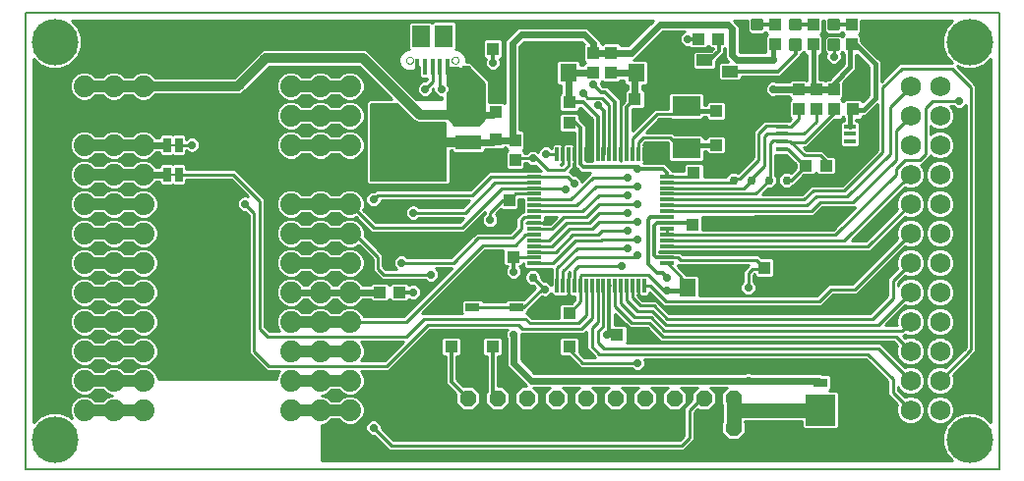
<source format=gtl>
G75*
%MOIN*%
%OFA0B0*%
%FSLAX24Y24*%
%IPPOS*%
%LPD*%
%AMOC8*
5,1,8,0,0,1.08239X$1,22.5*
%
%ADD10C,0.0050*%
%ADD11R,0.0433X0.0394*%
%ADD12R,0.0394X0.0433*%
%ADD13R,0.0551X0.0630*%
%ADD14R,0.0118X0.0472*%
%ADD15R,0.0472X0.0118*%
%ADD16R,0.0394X0.0138*%
%ADD17R,0.0157X0.0531*%
%ADD18R,0.0591X0.0748*%
%ADD19C,0.0000*%
%ADD20C,0.0433*%
%ADD21C,0.0118*%
%ADD22OC8,0.0560*%
%ADD23R,0.0945X0.0669*%
%ADD24C,0.0740*%
%ADD25R,0.0880X0.0480*%
%ADD26R,0.0866X0.1417*%
%ADD27R,0.0551X0.0394*%
%ADD28C,0.0690*%
%ADD29C,0.0080*%
%ADD30R,0.0250X0.0500*%
%ADD31C,0.0300*%
%ADD32R,0.1000X0.1050*%
%ADD33R,0.0500X0.0300*%
%ADD34R,0.0492X0.0256*%
%ADD35C,0.0100*%
%ADD36C,0.0280*%
%ADD37C,0.0240*%
%ADD38C,0.0120*%
%ADD39C,0.0320*%
%ADD40C,0.0160*%
%ADD41C,0.0060*%
%ADD42C,0.0400*%
%ADD43C,0.0500*%
%ADD44C,0.1580*%
D10*
X000150Y001133D02*
X000150Y016633D01*
X033150Y016633D01*
X033150Y001133D01*
X000150Y001133D01*
D11*
X012165Y007133D03*
X012835Y007133D03*
X013915Y005283D03*
X014585Y005283D03*
X015315Y005283D03*
X015985Y005283D03*
X017915Y005283D03*
X018585Y005283D03*
X020215Y005683D03*
X020885Y005683D03*
X018585Y006433D03*
X017915Y006433D03*
X016685Y008333D03*
X016015Y008333D03*
X022765Y009433D03*
X023435Y009433D03*
X023485Y011183D03*
X022815Y011183D03*
X023565Y012133D03*
X024235Y012133D03*
X024235Y013283D03*
X023565Y013283D03*
X021485Y013683D03*
X020815Y013683D03*
X018585Y013583D03*
X017915Y013583D03*
X017915Y012883D03*
X018585Y012883D03*
X022965Y015733D03*
X023635Y015733D03*
X026615Y011433D03*
X027285Y011433D03*
D12*
X027550Y013349D03*
X026950Y013349D03*
X026350Y013349D03*
X026350Y014018D03*
X026950Y014018D03*
X027550Y014018D03*
X028200Y014018D03*
X028200Y013349D03*
X028150Y015549D03*
X028150Y016218D03*
X026850Y016218D03*
X026850Y015549D03*
X025550Y015549D03*
X025550Y016218D03*
X020000Y015268D03*
X019400Y015268D03*
X019400Y014599D03*
X020000Y014599D03*
X016100Y013918D03*
X016100Y013249D03*
X016100Y012318D03*
X016754Y012300D03*
X016754Y011631D03*
X016100Y011649D03*
X016550Y010268D03*
X016550Y009599D03*
X025200Y007968D03*
X025200Y007299D03*
X016000Y015399D03*
X016000Y016068D03*
D13*
X017449Y014583D03*
X018551Y014583D03*
X020849Y014583D03*
X021951Y014583D03*
X022599Y007283D03*
X023701Y007283D03*
D14*
X021126Y007339D03*
X020930Y007339D03*
X020733Y007339D03*
X020536Y007339D03*
X020339Y007339D03*
X020142Y007339D03*
X019945Y007339D03*
X019748Y007339D03*
X019552Y007339D03*
X019355Y007339D03*
X019158Y007339D03*
X018961Y007339D03*
X018764Y007339D03*
X018567Y007339D03*
X018370Y007339D03*
X018174Y007339D03*
X018174Y011827D03*
X018370Y011827D03*
X018567Y011827D03*
X018764Y011827D03*
X018961Y011827D03*
X019158Y011827D03*
X019355Y011827D03*
X019552Y011827D03*
X019748Y011827D03*
X019945Y011827D03*
X020142Y011827D03*
X020339Y011827D03*
X020536Y011827D03*
X020733Y011827D03*
X020930Y011827D03*
X021126Y011827D03*
D15*
X021894Y011060D03*
X021894Y010863D03*
X021894Y010666D03*
X021894Y010469D03*
X021894Y010272D03*
X021894Y010075D03*
X021894Y009879D03*
X021894Y009682D03*
X021894Y009485D03*
X021894Y009288D03*
X021894Y009091D03*
X021894Y008894D03*
X021894Y008698D03*
X021894Y008501D03*
X021894Y008304D03*
X021894Y008107D03*
X017406Y008107D03*
X017406Y008304D03*
X017406Y008501D03*
X017406Y008698D03*
X017406Y008894D03*
X017406Y009091D03*
X017406Y009288D03*
X017406Y009485D03*
X017406Y009682D03*
X017406Y009879D03*
X017406Y010075D03*
X017406Y010272D03*
X017406Y010469D03*
X017406Y010666D03*
X017406Y010863D03*
X017406Y011060D03*
D16*
X025798Y011999D03*
X025798Y012255D03*
X025798Y012511D03*
X025798Y012767D03*
X028102Y012767D03*
X028102Y012511D03*
X028102Y012255D03*
X028102Y011999D03*
D17*
X014462Y014780D03*
X014206Y014780D03*
X013950Y014780D03*
X013694Y014780D03*
X013438Y014780D03*
D18*
X013556Y015829D03*
X014344Y015833D03*
D19*
X014600Y015007D02*
X014602Y015028D01*
X014608Y015048D01*
X014617Y015068D01*
X014629Y015085D01*
X014644Y015099D01*
X014662Y015111D01*
X014682Y015119D01*
X014702Y015124D01*
X014723Y015125D01*
X014744Y015122D01*
X014764Y015116D01*
X014783Y015105D01*
X014800Y015092D01*
X014813Y015076D01*
X014824Y015058D01*
X014832Y015038D01*
X014836Y015018D01*
X014836Y014996D01*
X014832Y014976D01*
X014824Y014956D01*
X014813Y014938D01*
X014800Y014922D01*
X014783Y014909D01*
X014764Y014898D01*
X014744Y014892D01*
X014723Y014889D01*
X014702Y014890D01*
X014682Y014895D01*
X014662Y014903D01*
X014644Y014915D01*
X014629Y014929D01*
X014617Y014946D01*
X014608Y014966D01*
X014602Y014986D01*
X014600Y015007D01*
X013064Y015007D02*
X013066Y015028D01*
X013072Y015048D01*
X013081Y015068D01*
X013093Y015085D01*
X013108Y015099D01*
X013126Y015111D01*
X013146Y015119D01*
X013166Y015124D01*
X013187Y015125D01*
X013208Y015122D01*
X013228Y015116D01*
X013247Y015105D01*
X013264Y015092D01*
X013277Y015076D01*
X013288Y015058D01*
X013296Y015038D01*
X013300Y015018D01*
X013300Y014996D01*
X013296Y014976D01*
X013288Y014956D01*
X013277Y014938D01*
X013264Y014922D01*
X013247Y014909D01*
X013228Y014898D01*
X013208Y014892D01*
X013187Y014889D01*
X013166Y014890D01*
X013146Y014895D01*
X013126Y014903D01*
X013108Y014915D01*
X013093Y014929D01*
X013081Y014946D01*
X013072Y014966D01*
X013066Y014986D01*
X013064Y015007D01*
D20*
X012857Y015617D02*
X012857Y016050D01*
X015043Y016050D02*
X015043Y015617D01*
D21*
X024812Y015676D02*
X025088Y015676D01*
X025088Y015400D01*
X024812Y015400D01*
X024812Y015676D01*
X024812Y015517D02*
X025088Y015517D01*
X025088Y015634D02*
X024812Y015634D01*
X024812Y016367D02*
X025088Y016367D01*
X025088Y016091D01*
X024812Y016091D01*
X024812Y016367D01*
X024812Y016208D02*
X025088Y016208D01*
X025088Y016325D02*
X024812Y016325D01*
X026112Y016367D02*
X026388Y016367D01*
X026388Y016091D01*
X026112Y016091D01*
X026112Y016367D01*
X026112Y016208D02*
X026388Y016208D01*
X026388Y016325D02*
X026112Y016325D01*
X026112Y015676D02*
X026388Y015676D01*
X026388Y015400D01*
X026112Y015400D01*
X026112Y015676D01*
X026112Y015517D02*
X026388Y015517D01*
X026388Y015634D02*
X026112Y015634D01*
X027412Y015676D02*
X027688Y015676D01*
X027688Y015400D01*
X027412Y015400D01*
X027412Y015676D01*
X027412Y015517D02*
X027688Y015517D01*
X027688Y015634D02*
X027412Y015634D01*
X027412Y016367D02*
X027688Y016367D01*
X027688Y016091D01*
X027412Y016091D01*
X027412Y016367D01*
X027412Y016208D02*
X027688Y016208D01*
X027688Y016325D02*
X027412Y016325D01*
D22*
X024150Y003533D03*
X023150Y003533D03*
X022150Y003533D03*
X021150Y003533D03*
X020150Y003533D03*
X019150Y003533D03*
X018150Y003533D03*
X017150Y003533D03*
X016150Y003533D03*
X015150Y003533D03*
X015150Y002533D03*
X016150Y002533D03*
X017150Y002533D03*
X018150Y002533D03*
X019150Y002533D03*
X020150Y002533D03*
X021150Y002533D03*
X022150Y002533D03*
X023150Y002533D03*
X024150Y002533D03*
D23*
X022550Y012005D03*
X022550Y013462D03*
D24*
X011150Y013133D03*
X010150Y013133D03*
X009150Y013133D03*
X009150Y012133D03*
X010150Y012133D03*
X011150Y012133D03*
X011150Y011133D03*
X010150Y011133D03*
X009150Y011133D03*
X009150Y010133D03*
X010150Y010133D03*
X011150Y010133D03*
X011150Y009133D03*
X010150Y009133D03*
X009150Y009133D03*
X009150Y008133D03*
X010150Y008133D03*
X011150Y008133D03*
X011150Y007133D03*
X010150Y007133D03*
X009150Y007133D03*
X009150Y006133D03*
X010150Y006133D03*
X011150Y006133D03*
X011150Y005133D03*
X010150Y005133D03*
X009150Y005133D03*
X009150Y004133D03*
X010150Y004133D03*
X011150Y004133D03*
X011150Y003133D03*
X010150Y003133D03*
X009150Y003133D03*
X004150Y003133D03*
X003150Y003133D03*
X002150Y003133D03*
X002150Y004133D03*
X003150Y004133D03*
X004150Y004133D03*
X004150Y005133D03*
X003150Y005133D03*
X002150Y005133D03*
X002150Y006133D03*
X003150Y006133D03*
X004150Y006133D03*
X004150Y007133D03*
X003150Y007133D03*
X002150Y007133D03*
X002150Y008133D03*
X003150Y008133D03*
X004150Y008133D03*
X004150Y009133D03*
X003150Y009133D03*
X002150Y009133D03*
X002150Y010133D03*
X003150Y010133D03*
X004150Y010133D03*
X004150Y011133D03*
X003150Y011133D03*
X002150Y011133D03*
X002150Y012133D03*
X003150Y012133D03*
X004150Y012133D03*
X004150Y013133D03*
X003150Y013133D03*
X002150Y013133D03*
X002150Y014133D03*
X003150Y014133D03*
X004150Y014133D03*
X009150Y014133D03*
X010150Y014133D03*
X011150Y014133D03*
D25*
X015170Y013143D03*
X015170Y012233D03*
X015170Y011323D03*
D26*
X012730Y012233D03*
D27*
X023167Y014259D03*
X024033Y014633D03*
X023167Y015007D03*
D28*
X030150Y014133D03*
X031150Y014133D03*
X031150Y013133D03*
X030150Y013133D03*
X030150Y012133D03*
X031150Y012133D03*
X031150Y011133D03*
X030150Y011133D03*
X030150Y010133D03*
X031150Y010133D03*
X031150Y009133D03*
X030150Y009133D03*
X030150Y008133D03*
X031150Y008133D03*
X031150Y007133D03*
X030150Y007133D03*
X030150Y006133D03*
X031150Y006133D03*
X031150Y005133D03*
X030150Y005133D03*
X030150Y004133D03*
X031150Y004133D03*
X031150Y003133D03*
X030150Y003133D03*
D29*
X014462Y014645D02*
X014450Y014633D01*
X014462Y014645D02*
X014462Y014780D01*
X005300Y012133D02*
X005000Y012133D01*
X005000Y011133D02*
X005300Y011133D01*
D30*
X005350Y011133D03*
X004950Y011133D03*
X004950Y012133D03*
X005350Y012133D03*
D31*
X017350Y007633D03*
X024150Y010933D03*
X024750Y010933D03*
X025350Y010933D03*
X025950Y010933D03*
D32*
X027100Y003133D03*
D33*
X027100Y004058D03*
D34*
X016788Y006628D03*
X016788Y007238D03*
X015312Y007238D03*
X015312Y006628D03*
D35*
X016788Y006628D01*
X017045Y006628D01*
X017650Y007233D01*
X017650Y007333D01*
X017350Y007633D01*
X017150Y007437D02*
X014609Y007437D01*
X014707Y007536D02*
X017087Y007536D01*
X017070Y007578D02*
X017113Y007475D01*
X017191Y007396D01*
X017294Y007353D01*
X017375Y007353D01*
X017445Y007283D01*
X017048Y006886D01*
X016488Y006886D01*
X016412Y006810D01*
X016412Y006808D01*
X015688Y006808D01*
X015688Y006810D01*
X015612Y006886D01*
X015012Y006886D01*
X014936Y006810D01*
X014936Y006446D01*
X014969Y006413D01*
X013585Y006413D01*
X015725Y008553D01*
X016338Y008553D01*
X016338Y008083D01*
X016414Y008006D01*
X016491Y008006D01*
X016471Y007986D01*
X016430Y007887D01*
X016430Y007780D01*
X016471Y007680D01*
X016547Y007604D01*
X016646Y007563D01*
X016754Y007563D01*
X016853Y007604D01*
X016929Y007680D01*
X016970Y007780D01*
X016970Y007887D01*
X016929Y007986D01*
X016909Y008006D01*
X016955Y008006D01*
X017031Y008083D01*
X017031Y008124D01*
X017040Y008124D01*
X017040Y007994D01*
X017116Y007918D01*
X017696Y007918D01*
X017705Y007927D01*
X017994Y007927D01*
X017994Y007882D01*
X017994Y007638D01*
X017985Y007629D01*
X017985Y007373D01*
X017979Y007386D01*
X017903Y007462D01*
X017804Y007503D01*
X017735Y007503D01*
X017630Y007608D01*
X017630Y007689D01*
X017587Y007792D01*
X017509Y007871D01*
X017406Y007913D01*
X017294Y007913D01*
X017191Y007871D01*
X017113Y007792D01*
X017070Y007689D01*
X017070Y007578D01*
X017070Y007634D02*
X016883Y007634D01*
X016951Y007733D02*
X017088Y007733D01*
X017152Y007831D02*
X016970Y007831D01*
X016952Y007930D02*
X017104Y007930D01*
X017040Y008028D02*
X016977Y008028D01*
X016714Y008304D02*
X017406Y008304D01*
X017406Y008501D02*
X018117Y008501D01*
X018700Y009083D01*
X019550Y009083D01*
X019700Y009233D01*
X020550Y009233D01*
X020900Y008933D02*
X019700Y008933D01*
X019650Y008883D01*
X018800Y008883D01*
X018024Y008107D01*
X017406Y008107D01*
X017548Y007831D02*
X017994Y007831D01*
X017994Y007733D02*
X017612Y007733D01*
X017630Y007634D02*
X017990Y007634D01*
X017985Y007536D02*
X017702Y007536D01*
X017928Y007437D02*
X017985Y007437D01*
X018174Y007339D02*
X018174Y007957D01*
X018850Y008633D01*
X020550Y008633D01*
X020850Y008333D02*
X020900Y008383D01*
X020850Y008333D02*
X018850Y008333D01*
X018370Y007854D01*
X018370Y007339D01*
X018560Y007339D02*
X018575Y007339D01*
X018575Y007437D02*
X018560Y007437D01*
X018560Y007536D02*
X018575Y007536D01*
X018575Y007629D02*
X018575Y007049D01*
X018651Y006973D01*
X018781Y006973D01*
X018781Y006884D01*
X018657Y006760D01*
X018314Y006760D01*
X018238Y006684D01*
X018238Y006263D01*
X017325Y006263D01*
X017175Y006413D01*
X017131Y006413D01*
X017164Y006446D01*
X017164Y006493D01*
X017653Y006981D01*
X017696Y006963D01*
X017804Y006963D01*
X017903Y007004D01*
X017979Y007080D01*
X017985Y007094D01*
X017985Y007049D01*
X018061Y006973D01*
X018483Y006973D01*
X018560Y007049D01*
X018560Y007629D01*
X018550Y007638D01*
X018550Y007779D01*
X018584Y007813D01*
X018584Y007638D01*
X018575Y007629D01*
X018580Y007634D02*
X018554Y007634D01*
X018550Y007733D02*
X018584Y007733D01*
X018764Y007898D02*
X018900Y008033D01*
X020350Y008033D01*
X021250Y007733D02*
X021800Y007183D01*
X021900Y007183D01*
X021850Y006833D02*
X021344Y007339D01*
X021126Y007339D01*
X020937Y007339D02*
X020922Y007339D01*
X020930Y007339D02*
X020930Y007054D01*
X021100Y006883D01*
X021500Y006883D01*
X021700Y006683D01*
X021739Y006649D02*
X029011Y006649D01*
X028913Y006551D02*
X021837Y006551D01*
X021775Y006653D02*
X027125Y006653D01*
X027525Y007053D01*
X028325Y007053D01*
X029966Y008695D01*
X030056Y008658D01*
X030244Y008658D01*
X030419Y008731D01*
X030553Y008864D01*
X030625Y009039D01*
X030625Y009228D01*
X030553Y009402D01*
X030419Y009536D01*
X030244Y009608D01*
X030056Y009608D01*
X029881Y009536D01*
X029747Y009402D01*
X029675Y009228D01*
X029675Y009039D01*
X029712Y008950D01*
X028175Y007413D01*
X027375Y007413D01*
X027270Y007308D01*
X026975Y007013D01*
X023004Y007013D01*
X023004Y007652D01*
X022928Y007728D01*
X022560Y007728D01*
X022475Y007813D01*
X022260Y008028D01*
X024640Y008028D01*
X024620Y008008D02*
X024620Y008008D01*
X024665Y008053D01*
X022275Y008053D01*
X022260Y008068D01*
X022260Y008028D01*
X022358Y007930D02*
X024542Y007930D01*
X024575Y007963D02*
X024470Y007858D01*
X024470Y007485D01*
X024421Y007436D01*
X024380Y007337D01*
X024380Y007230D01*
X024421Y007130D01*
X024497Y007054D01*
X024596Y007013D01*
X024704Y007013D01*
X024803Y007054D01*
X024879Y007130D01*
X024920Y007230D01*
X024920Y007337D01*
X024879Y007436D01*
X024830Y007485D01*
X024830Y007709D01*
X024873Y007752D01*
X024873Y007698D01*
X024949Y007621D01*
X025451Y007621D01*
X025527Y007698D01*
X025527Y008238D01*
X025451Y008315D01*
X025108Y008315D01*
X025009Y008413D01*
X022425Y008413D01*
X022354Y008484D01*
X022193Y008484D01*
X022184Y008493D01*
X021974Y008493D01*
X021973Y008494D01*
X021640Y008494D01*
X021640Y008508D01*
X022184Y008508D01*
X022193Y008518D01*
X028789Y008518D01*
X029966Y009695D01*
X030056Y009658D01*
X030244Y009658D01*
X030419Y009731D01*
X030553Y009864D01*
X030625Y010039D01*
X030625Y010228D01*
X030553Y010402D01*
X030419Y010536D01*
X030244Y010608D01*
X030056Y010608D01*
X029881Y010536D01*
X029747Y010402D01*
X029675Y010228D01*
X029675Y010039D01*
X029712Y009950D01*
X028640Y008878D01*
X028149Y008878D01*
X029966Y010695D01*
X030056Y010658D01*
X030244Y010658D01*
X030419Y010731D01*
X030553Y010864D01*
X030625Y011039D01*
X030625Y011228D01*
X030553Y011402D01*
X030502Y011453D01*
X030525Y011453D01*
X030725Y011653D01*
X030830Y011759D01*
X030830Y011782D01*
X030881Y011731D01*
X031056Y011658D01*
X031244Y011658D01*
X031419Y011731D01*
X031553Y011864D01*
X031625Y012039D01*
X031625Y012228D01*
X031553Y012402D01*
X031419Y012536D01*
X031244Y012608D01*
X031056Y012608D01*
X030881Y012536D01*
X030830Y012485D01*
X030830Y012782D01*
X030881Y012731D01*
X031056Y012658D01*
X031244Y012658D01*
X031419Y012731D01*
X031553Y012864D01*
X031625Y013039D01*
X031625Y013228D01*
X031553Y013402D01*
X031502Y013453D01*
X031598Y013453D01*
X031647Y013404D01*
X031746Y013363D01*
X031854Y013363D01*
X031953Y013404D01*
X032020Y013471D01*
X032020Y005258D01*
X031334Y004571D01*
X031244Y004608D01*
X031056Y004608D01*
X030881Y004536D01*
X030747Y004402D01*
X030675Y004228D01*
X030675Y004039D01*
X030747Y003864D01*
X030881Y003731D01*
X031056Y003658D01*
X031244Y003658D01*
X031419Y003731D01*
X031553Y003864D01*
X031625Y004039D01*
X031625Y004228D01*
X031588Y004317D01*
X032275Y005003D01*
X032380Y005109D01*
X032380Y014158D01*
X031724Y014814D01*
X031967Y014713D01*
X032333Y014713D01*
X032671Y014853D01*
X032875Y015057D01*
X032875Y002709D01*
X032671Y002913D01*
X032333Y003053D01*
X031967Y003053D01*
X031629Y002913D01*
X031370Y002654D01*
X031230Y002316D01*
X031230Y001950D01*
X031370Y001612D01*
X031574Y001408D01*
X010200Y001408D01*
X010200Y002633D01*
X010249Y002633D01*
X010433Y002709D01*
X010867Y002709D01*
X011051Y002633D01*
X011249Y002633D01*
X011433Y002709D01*
X011744Y002709D01*
X011721Y002686D02*
X011680Y002587D01*
X011680Y002480D01*
X011721Y002380D01*
X011797Y002304D01*
X011896Y002263D01*
X011965Y002263D01*
X012475Y001753D01*
X022475Y001753D01*
X022580Y001859D01*
X022830Y002109D01*
X022830Y003059D01*
X022937Y003166D01*
X022980Y003123D01*
X023320Y003123D01*
X023560Y003364D01*
X023560Y003703D01*
X023380Y003883D01*
X023920Y003883D01*
X023740Y003703D01*
X023740Y003364D01*
X023770Y003334D01*
X023770Y002733D01*
X023740Y002703D01*
X023740Y002364D01*
X023980Y002123D01*
X024320Y002123D01*
X024560Y002364D01*
X024560Y002703D01*
X024530Y002733D01*
X024530Y002753D01*
X026470Y002753D01*
X026470Y002554D01*
X026546Y002478D01*
X027654Y002478D01*
X027730Y002554D01*
X027730Y003712D01*
X027654Y003788D01*
X027414Y003788D01*
X027480Y003854D01*
X027480Y004262D01*
X027404Y004338D01*
X027174Y004338D01*
X027167Y004345D01*
X027075Y004383D01*
X024752Y004383D01*
X024704Y004403D01*
X024596Y004403D01*
X024548Y004383D01*
X017404Y004383D01*
X016950Y004837D01*
X016950Y005581D01*
X016970Y005630D01*
X016970Y005703D01*
X019075Y005703D01*
X019170Y005799D01*
X019170Y005209D01*
X019275Y005103D01*
X019465Y004913D01*
X019109Y004913D01*
X018931Y005091D01*
X018931Y005534D01*
X018855Y005610D01*
X018314Y005610D01*
X018238Y005534D01*
X018238Y005033D01*
X018314Y004956D01*
X018557Y004956D01*
X018960Y004553D01*
X020698Y004553D01*
X020747Y004504D01*
X020846Y004463D01*
X020954Y004463D01*
X021053Y004504D01*
X021129Y004580D01*
X021170Y004680D01*
X021170Y004787D01*
X021143Y004853D01*
X028625Y004853D01*
X029370Y004109D01*
X029370Y003659D01*
X029712Y003317D01*
X029675Y003228D01*
X029675Y003039D01*
X029747Y002864D01*
X029881Y002731D01*
X030056Y002658D01*
X030244Y002658D01*
X030419Y002731D01*
X030553Y002864D01*
X030625Y003039D01*
X030625Y003228D01*
X030553Y003402D01*
X030419Y003536D01*
X030244Y003608D01*
X030056Y003608D01*
X029966Y003571D01*
X029730Y003808D01*
X029730Y003906D01*
X029747Y003864D01*
X029881Y003731D01*
X030056Y003658D01*
X030244Y003658D01*
X030419Y003731D01*
X030553Y003864D01*
X030625Y004039D01*
X030625Y004228D01*
X030553Y004402D01*
X030419Y004536D01*
X030244Y004608D01*
X030056Y004608D01*
X029966Y004571D01*
X029125Y005413D01*
X020543Y005413D01*
X020562Y005433D01*
X020562Y005934D01*
X020486Y006010D01*
X020135Y006010D01*
X020135Y006394D01*
X020520Y006009D01*
X020625Y005903D01*
X021225Y005903D01*
X021675Y005453D01*
X029575Y005453D01*
X029712Y005317D01*
X029675Y005228D01*
X029675Y005039D01*
X029747Y004864D01*
X029881Y004731D01*
X030056Y004658D01*
X030244Y004658D01*
X030419Y004731D01*
X030553Y004864D01*
X030625Y005039D01*
X030625Y005228D01*
X030553Y005402D01*
X030419Y005536D01*
X030244Y005608D01*
X030056Y005608D01*
X029966Y005571D01*
X029885Y005653D01*
X029925Y005653D01*
X029966Y005695D01*
X030056Y005658D01*
X030244Y005658D01*
X030419Y005731D01*
X030553Y005864D01*
X030625Y006039D01*
X030625Y006228D01*
X030553Y006402D01*
X030419Y006536D01*
X030244Y006608D01*
X030056Y006608D01*
X029881Y006536D01*
X029747Y006402D01*
X029675Y006228D01*
X029675Y006039D01*
X029686Y006013D01*
X029285Y006013D01*
X029966Y006695D01*
X030056Y006658D01*
X030244Y006658D01*
X030419Y006731D01*
X030553Y006864D01*
X030625Y007039D01*
X030625Y007228D01*
X030553Y007402D01*
X030419Y007536D01*
X030244Y007608D01*
X030056Y007608D01*
X029881Y007536D01*
X029747Y007402D01*
X029730Y007361D01*
X029730Y007459D01*
X029966Y007695D01*
X030056Y007658D01*
X030244Y007658D01*
X030419Y007731D01*
X030553Y007864D01*
X030625Y008039D01*
X030625Y008228D01*
X030553Y008402D01*
X030419Y008536D01*
X030244Y008608D01*
X030056Y008608D01*
X029881Y008536D01*
X029747Y008402D01*
X029675Y008228D01*
X029675Y008039D01*
X029712Y007950D01*
X029370Y007608D01*
X029370Y007008D01*
X028775Y006413D01*
X021975Y006413D01*
X021525Y006863D01*
X021075Y006863D01*
X020913Y007025D01*
X020913Y007040D01*
X020922Y007049D01*
X020922Y007553D01*
X020937Y007553D01*
X020937Y007049D01*
X021013Y006973D01*
X021239Y006973D01*
X021315Y007049D01*
X021315Y007113D01*
X021670Y006759D01*
X021775Y006653D01*
X021681Y006748D02*
X021640Y006748D01*
X021582Y006846D02*
X021542Y006846D01*
X021484Y006945D02*
X020993Y006945D01*
X020943Y007043D02*
X020916Y007043D01*
X020922Y007142D02*
X020937Y007142D01*
X020937Y007240D02*
X020922Y007240D01*
X020922Y007437D02*
X020937Y007437D01*
X020937Y007536D02*
X020922Y007536D01*
X020733Y007339D02*
X020733Y006951D01*
X021000Y006683D01*
X021450Y006683D01*
X021900Y006233D01*
X028850Y006233D01*
X029550Y006933D01*
X029550Y007533D01*
X030150Y008133D01*
X030625Y008127D02*
X030675Y008127D01*
X030675Y008039D02*
X030747Y007864D01*
X030881Y007731D01*
X031056Y007658D01*
X031244Y007658D01*
X031419Y007731D01*
X031553Y007864D01*
X031625Y008039D01*
X031625Y008228D01*
X031553Y008402D01*
X031419Y008536D01*
X031244Y008608D01*
X031056Y008608D01*
X030881Y008536D01*
X030747Y008402D01*
X030675Y008228D01*
X030675Y008039D01*
X030679Y008028D02*
X030621Y008028D01*
X030580Y007930D02*
X030720Y007930D01*
X030780Y007831D02*
X030520Y007831D01*
X030421Y007733D02*
X030879Y007733D01*
X030881Y007536D02*
X030747Y007402D01*
X030675Y007228D01*
X030675Y007039D01*
X030747Y006864D01*
X030881Y006731D01*
X031056Y006658D01*
X031244Y006658D01*
X031419Y006731D01*
X031553Y006864D01*
X031625Y007039D01*
X031625Y007228D01*
X031553Y007402D01*
X031419Y007536D01*
X031244Y007608D01*
X031056Y007608D01*
X030881Y007536D01*
X030419Y007536D01*
X030518Y007437D02*
X030782Y007437D01*
X030721Y007339D02*
X030579Y007339D01*
X030620Y007240D02*
X030680Y007240D01*
X030675Y007142D02*
X030625Y007142D01*
X030625Y007043D02*
X030675Y007043D01*
X030714Y006945D02*
X030586Y006945D01*
X030535Y006846D02*
X030765Y006846D01*
X030864Y006748D02*
X030436Y006748D01*
X030383Y006551D02*
X030917Y006551D01*
X030881Y006536D02*
X030747Y006402D01*
X030675Y006228D01*
X030675Y006039D01*
X030747Y005864D01*
X030881Y005731D01*
X031056Y005658D01*
X031244Y005658D01*
X031419Y005731D01*
X031553Y005864D01*
X031625Y006039D01*
X031625Y006228D01*
X031553Y006402D01*
X031419Y006536D01*
X031244Y006608D01*
X031056Y006608D01*
X030881Y006536D01*
X030797Y006452D02*
X030503Y006452D01*
X030573Y006354D02*
X030727Y006354D01*
X030686Y006255D02*
X030614Y006255D01*
X030625Y006157D02*
X030675Y006157D01*
X030675Y006058D02*
X030625Y006058D01*
X030592Y005960D02*
X030708Y005960D01*
X030750Y005861D02*
X030550Y005861D01*
X030451Y005763D02*
X030849Y005763D01*
X031041Y005664D02*
X030259Y005664D01*
X030347Y005566D02*
X030953Y005566D01*
X030881Y005536D02*
X030747Y005402D01*
X030675Y005228D01*
X030675Y005039D01*
X030747Y004864D01*
X030881Y004731D01*
X031056Y004658D01*
X031244Y004658D01*
X031419Y004731D01*
X031553Y004864D01*
X031625Y005039D01*
X031625Y005228D01*
X031553Y005402D01*
X031419Y005536D01*
X031244Y005608D01*
X031056Y005608D01*
X030881Y005536D01*
X030812Y005467D02*
X030488Y005467D01*
X030567Y005369D02*
X030733Y005369D01*
X030693Y005270D02*
X030607Y005270D01*
X030625Y005172D02*
X030675Y005172D01*
X030675Y005073D02*
X030625Y005073D01*
X030598Y004975D02*
X030702Y004975D01*
X030742Y004876D02*
X030558Y004876D01*
X030466Y004778D02*
X030834Y004778D01*
X031005Y004679D02*
X030295Y004679D01*
X030311Y004581D02*
X030989Y004581D01*
X030827Y004482D02*
X030473Y004482D01*
X030560Y004384D02*
X030740Y004384D01*
X030699Y004285D02*
X030601Y004285D01*
X030625Y004187D02*
X030675Y004187D01*
X030675Y004088D02*
X030625Y004088D01*
X030605Y003990D02*
X030695Y003990D01*
X030736Y003891D02*
X030564Y003891D01*
X030481Y003793D02*
X030819Y003793D01*
X030969Y003694D02*
X030331Y003694D01*
X030275Y003596D02*
X031025Y003596D01*
X031056Y003608D02*
X030881Y003536D01*
X030747Y003402D01*
X030675Y003228D01*
X030675Y003039D01*
X030747Y002864D01*
X030881Y002731D01*
X031056Y002658D01*
X031244Y002658D01*
X031419Y002731D01*
X031553Y002864D01*
X031625Y003039D01*
X031625Y003228D01*
X031553Y003402D01*
X031419Y003536D01*
X031244Y003608D01*
X031056Y003608D01*
X031275Y003596D02*
X032875Y003596D01*
X032875Y003694D02*
X031331Y003694D01*
X031481Y003793D02*
X032875Y003793D01*
X032875Y003891D02*
X031564Y003891D01*
X031605Y003990D02*
X032875Y003990D01*
X032875Y004088D02*
X031625Y004088D01*
X031625Y004187D02*
X032875Y004187D01*
X032875Y004285D02*
X031601Y004285D01*
X031655Y004384D02*
X032875Y004384D01*
X032875Y004482D02*
X031754Y004482D01*
X031852Y004581D02*
X032875Y004581D01*
X032875Y004679D02*
X031951Y004679D01*
X032049Y004778D02*
X032875Y004778D01*
X032875Y004876D02*
X032148Y004876D01*
X032246Y004975D02*
X032875Y004975D01*
X032875Y005073D02*
X032345Y005073D01*
X032380Y005172D02*
X032875Y005172D01*
X032875Y005270D02*
X032380Y005270D01*
X032380Y005369D02*
X032875Y005369D01*
X032875Y005467D02*
X032380Y005467D01*
X032380Y005566D02*
X032875Y005566D01*
X032875Y005664D02*
X032380Y005664D01*
X032380Y005763D02*
X032875Y005763D01*
X032875Y005861D02*
X032380Y005861D01*
X032380Y005960D02*
X032875Y005960D01*
X032875Y006058D02*
X032380Y006058D01*
X032380Y006157D02*
X032875Y006157D01*
X032875Y006255D02*
X032380Y006255D01*
X032380Y006354D02*
X032875Y006354D01*
X032875Y006452D02*
X032380Y006452D01*
X032380Y006551D02*
X032875Y006551D01*
X032875Y006649D02*
X032380Y006649D01*
X032380Y006748D02*
X032875Y006748D01*
X032875Y006846D02*
X032380Y006846D01*
X032380Y006945D02*
X032875Y006945D01*
X032875Y007043D02*
X032380Y007043D01*
X032380Y007142D02*
X032875Y007142D01*
X032875Y007240D02*
X032380Y007240D01*
X032380Y007339D02*
X032875Y007339D01*
X032875Y007437D02*
X032380Y007437D01*
X032380Y007536D02*
X032875Y007536D01*
X032875Y007634D02*
X032380Y007634D01*
X032380Y007733D02*
X032875Y007733D01*
X032875Y007831D02*
X032380Y007831D01*
X032380Y007930D02*
X032875Y007930D01*
X032875Y008028D02*
X032380Y008028D01*
X032380Y008127D02*
X032875Y008127D01*
X032875Y008225D02*
X032380Y008225D01*
X032380Y008324D02*
X032875Y008324D01*
X032875Y008422D02*
X032380Y008422D01*
X032380Y008521D02*
X032875Y008521D01*
X032875Y008619D02*
X032380Y008619D01*
X032380Y008718D02*
X032875Y008718D01*
X032875Y008816D02*
X032380Y008816D01*
X032380Y008915D02*
X032875Y008915D01*
X032875Y009013D02*
X032380Y009013D01*
X032380Y009112D02*
X032875Y009112D01*
X032875Y009210D02*
X032380Y009210D01*
X032380Y009309D02*
X032875Y009309D01*
X032875Y009407D02*
X032380Y009407D01*
X032380Y009506D02*
X032875Y009506D01*
X032875Y009604D02*
X032380Y009604D01*
X032380Y009703D02*
X032875Y009703D01*
X032875Y009801D02*
X032380Y009801D01*
X032380Y009900D02*
X032875Y009900D01*
X032875Y009998D02*
X032380Y009998D01*
X032380Y010097D02*
X032875Y010097D01*
X032875Y010195D02*
X032380Y010195D01*
X032380Y010294D02*
X032875Y010294D01*
X032875Y010392D02*
X032380Y010392D01*
X032380Y010491D02*
X032875Y010491D01*
X032875Y010589D02*
X032380Y010589D01*
X032380Y010688D02*
X032875Y010688D01*
X032875Y010786D02*
X032380Y010786D01*
X032380Y010885D02*
X032875Y010885D01*
X032875Y010983D02*
X032380Y010983D01*
X032380Y011082D02*
X032875Y011082D01*
X032875Y011180D02*
X032380Y011180D01*
X032380Y011279D02*
X032875Y011279D01*
X032875Y011377D02*
X032380Y011377D01*
X032380Y011476D02*
X032875Y011476D01*
X032875Y011574D02*
X032380Y011574D01*
X032380Y011673D02*
X032875Y011673D01*
X032875Y011771D02*
X032380Y011771D01*
X032380Y011870D02*
X032875Y011870D01*
X032875Y011968D02*
X032380Y011968D01*
X032380Y012067D02*
X032875Y012067D01*
X032875Y012165D02*
X032380Y012165D01*
X032380Y012264D02*
X032875Y012264D01*
X032875Y012362D02*
X032380Y012362D01*
X032380Y012461D02*
X032875Y012461D01*
X032875Y012559D02*
X032380Y012559D01*
X032380Y012658D02*
X032875Y012658D01*
X032875Y012756D02*
X032380Y012756D01*
X032380Y012855D02*
X032875Y012855D01*
X032875Y012953D02*
X032380Y012953D01*
X032380Y013052D02*
X032875Y013052D01*
X032875Y013150D02*
X032380Y013150D01*
X032380Y013249D02*
X032875Y013249D01*
X032875Y013347D02*
X032380Y013347D01*
X032380Y013446D02*
X032875Y013446D01*
X032875Y013544D02*
X032380Y013544D01*
X032380Y013643D02*
X032875Y013643D01*
X032875Y013741D02*
X032380Y013741D01*
X032380Y013840D02*
X032875Y013840D01*
X032875Y013938D02*
X032380Y013938D01*
X032380Y014037D02*
X032875Y014037D01*
X032875Y014135D02*
X032380Y014135D01*
X032304Y014234D02*
X032875Y014234D01*
X032875Y014332D02*
X032206Y014332D01*
X032107Y014431D02*
X032875Y014431D01*
X032875Y014529D02*
X032009Y014529D01*
X031910Y014628D02*
X032875Y014628D01*
X032875Y014726D02*
X032364Y014726D01*
X032602Y014825D02*
X032875Y014825D01*
X032875Y014923D02*
X032741Y014923D01*
X032840Y015022D02*
X032875Y015022D01*
X031936Y014726D02*
X031812Y014726D01*
X031550Y014733D02*
X032200Y014083D01*
X032200Y005183D01*
X031150Y004133D01*
X031311Y004581D02*
X031343Y004581D01*
X031295Y004679D02*
X031441Y004679D01*
X031466Y004778D02*
X031540Y004778D01*
X031558Y004876D02*
X031638Y004876D01*
X031598Y004975D02*
X031737Y004975D01*
X031835Y005073D02*
X031625Y005073D01*
X031625Y005172D02*
X031934Y005172D01*
X032020Y005270D02*
X031607Y005270D01*
X031567Y005369D02*
X032020Y005369D01*
X032020Y005467D02*
X031488Y005467D01*
X031347Y005566D02*
X032020Y005566D01*
X032020Y005664D02*
X031259Y005664D01*
X031451Y005763D02*
X032020Y005763D01*
X032020Y005861D02*
X031550Y005861D01*
X031592Y005960D02*
X032020Y005960D01*
X032020Y006058D02*
X031625Y006058D01*
X031625Y006157D02*
X032020Y006157D01*
X032020Y006255D02*
X031614Y006255D01*
X031573Y006354D02*
X032020Y006354D01*
X032020Y006452D02*
X031503Y006452D01*
X031383Y006551D02*
X032020Y006551D01*
X032020Y006649D02*
X029921Y006649D01*
X029917Y006551D02*
X029822Y006551D01*
X029797Y006452D02*
X029724Y006452D01*
X029727Y006354D02*
X029625Y006354D01*
X029686Y006255D02*
X029527Y006255D01*
X029428Y006157D02*
X029675Y006157D01*
X029675Y006058D02*
X029330Y006058D01*
X029050Y006033D02*
X021850Y006033D01*
X021400Y006483D01*
X020900Y006483D01*
X020536Y006848D01*
X020536Y007339D01*
X020339Y007339D02*
X020339Y006744D01*
X020800Y006283D01*
X021350Y006283D01*
X021800Y005833D01*
X029850Y005833D01*
X030150Y006133D01*
X030041Y005664D02*
X029936Y005664D01*
X029650Y005633D02*
X030150Y005133D01*
X029702Y004975D02*
X029563Y004975D01*
X029465Y005073D02*
X029675Y005073D01*
X029675Y005172D02*
X029366Y005172D01*
X029268Y005270D02*
X029693Y005270D01*
X029660Y005369D02*
X029169Y005369D01*
X029050Y005233D02*
X030150Y004133D01*
X029736Y003891D02*
X029730Y003891D01*
X029745Y003793D02*
X029819Y003793D01*
X029844Y003694D02*
X029969Y003694D01*
X029942Y003596D02*
X030025Y003596D01*
X030458Y003497D02*
X030842Y003497D01*
X030746Y003399D02*
X030554Y003399D01*
X030595Y003300D02*
X030705Y003300D01*
X030675Y003202D02*
X030625Y003202D01*
X030625Y003103D02*
X030675Y003103D01*
X030689Y003005D02*
X030611Y003005D01*
X030570Y002906D02*
X030730Y002906D01*
X030804Y002808D02*
X030496Y002808D01*
X030368Y002709D02*
X030932Y002709D01*
X031311Y002512D02*
X027688Y002512D01*
X027730Y002611D02*
X031352Y002611D01*
X031368Y002709D02*
X031425Y002709D01*
X031496Y002808D02*
X031523Y002808D01*
X031570Y002906D02*
X031622Y002906D01*
X031611Y003005D02*
X031850Y003005D01*
X031625Y003103D02*
X032875Y003103D01*
X032875Y003005D02*
X032450Y003005D01*
X032678Y002906D02*
X032875Y002906D01*
X032875Y002808D02*
X032777Y002808D01*
X032875Y003202D02*
X031625Y003202D01*
X031595Y003300D02*
X032875Y003300D01*
X032875Y003399D02*
X031554Y003399D01*
X031458Y003497D02*
X032875Y003497D01*
X031270Y002414D02*
X024560Y002414D01*
X024560Y002512D02*
X026512Y002512D01*
X026470Y002611D02*
X024560Y002611D01*
X024554Y002709D02*
X026470Y002709D01*
X027730Y002709D02*
X029932Y002709D01*
X029804Y002808D02*
X027730Y002808D01*
X027730Y002906D02*
X029730Y002906D01*
X029689Y003005D02*
X027730Y003005D01*
X027730Y003103D02*
X029675Y003103D01*
X029675Y003202D02*
X027730Y003202D01*
X027730Y003300D02*
X029705Y003300D01*
X029630Y003399D02*
X027730Y003399D01*
X027730Y003497D02*
X029531Y003497D01*
X029433Y003596D02*
X027730Y003596D01*
X027730Y003694D02*
X029370Y003694D01*
X029370Y003793D02*
X027418Y003793D01*
X027480Y003891D02*
X029370Y003891D01*
X029370Y003990D02*
X027480Y003990D01*
X027480Y004088D02*
X029370Y004088D01*
X029292Y004187D02*
X027480Y004187D01*
X027457Y004285D02*
X029193Y004285D01*
X029095Y004384D02*
X024751Y004384D01*
X024549Y004384D02*
X017403Y004384D01*
X017305Y004482D02*
X020800Y004482D01*
X021000Y004482D02*
X028996Y004482D01*
X028898Y004581D02*
X021129Y004581D01*
X021170Y004679D02*
X028799Y004679D01*
X028701Y004778D02*
X021170Y004778D01*
X020900Y004733D02*
X019035Y004733D01*
X018585Y005183D01*
X018585Y005283D01*
X018931Y005270D02*
X019170Y005270D01*
X019170Y005369D02*
X018931Y005369D01*
X018931Y005467D02*
X019170Y005467D01*
X019170Y005566D02*
X018899Y005566D01*
X019170Y005664D02*
X016970Y005664D01*
X016950Y005566D02*
X018270Y005566D01*
X018238Y005467D02*
X016950Y005467D01*
X016950Y005369D02*
X018238Y005369D01*
X018238Y005270D02*
X016950Y005270D01*
X016950Y005172D02*
X018238Y005172D01*
X018238Y005073D02*
X016950Y005073D01*
X016950Y004975D02*
X018296Y004975D01*
X018637Y004876D02*
X016950Y004876D01*
X017009Y004778D02*
X018736Y004778D01*
X018834Y004679D02*
X017108Y004679D01*
X017206Y004581D02*
X018933Y004581D01*
X019048Y004975D02*
X019404Y004975D01*
X019305Y005073D02*
X018949Y005073D01*
X018931Y005172D02*
X019207Y005172D01*
X019350Y005283D02*
X019600Y005033D01*
X028700Y005033D01*
X029550Y004183D01*
X029550Y003733D01*
X030150Y003133D01*
X031230Y002315D02*
X024512Y002315D01*
X024413Y002217D02*
X031230Y002217D01*
X031230Y002118D02*
X022830Y002118D01*
X022830Y002217D02*
X023887Y002217D01*
X023788Y002315D02*
X022830Y002315D01*
X022830Y002414D02*
X023740Y002414D01*
X023740Y002512D02*
X022830Y002512D01*
X022830Y002611D02*
X023740Y002611D01*
X023746Y002709D02*
X022830Y002709D01*
X022830Y002808D02*
X023770Y002808D01*
X023770Y002906D02*
X022830Y002906D01*
X022830Y003005D02*
X023770Y003005D01*
X023770Y003103D02*
X022875Y003103D01*
X022650Y003133D02*
X022650Y002183D01*
X022400Y001933D01*
X012550Y001933D01*
X011950Y002533D01*
X011707Y002414D02*
X010200Y002414D01*
X010200Y002512D02*
X011680Y002512D01*
X011690Y002611D02*
X010200Y002611D01*
X010433Y002709D02*
X010527Y002803D01*
X010773Y002803D01*
X010867Y002709D01*
X011433Y002709D02*
X011574Y002850D01*
X011650Y003034D01*
X011650Y003233D01*
X011574Y003417D01*
X011433Y003557D01*
X011249Y003633D01*
X011051Y003633D01*
X010867Y003557D01*
X010773Y003463D01*
X010527Y003463D01*
X010433Y003557D01*
X010249Y003633D01*
X010200Y003633D01*
X010200Y003633D01*
X010249Y003633D01*
X010433Y003709D01*
X010527Y003803D01*
X010773Y003803D01*
X010867Y003709D01*
X011051Y003633D01*
X011249Y003633D01*
X011433Y003709D01*
X011574Y003850D01*
X011650Y004034D01*
X011650Y004233D01*
X011574Y004417D01*
X011537Y004453D01*
X012475Y004453D01*
X012580Y004559D01*
X013875Y005853D01*
X016488Y005853D01*
X016471Y005836D01*
X016430Y005737D01*
X016430Y005630D01*
X016450Y005581D01*
X016450Y004684D01*
X016488Y004592D01*
X017088Y003992D01*
X017136Y003943D01*
X016980Y003943D01*
X016740Y003703D01*
X016740Y003364D01*
X016980Y003123D01*
X017320Y003123D01*
X017560Y003364D01*
X017560Y003703D01*
X017380Y003883D01*
X017920Y003883D01*
X017740Y003703D01*
X017740Y003364D01*
X017980Y003123D01*
X018320Y003123D01*
X018560Y003364D01*
X018560Y003703D01*
X018380Y003883D01*
X018920Y003883D01*
X018740Y003703D01*
X018740Y003364D01*
X018980Y003123D01*
X019320Y003123D01*
X019560Y003364D01*
X019560Y003703D01*
X019380Y003883D01*
X019920Y003883D01*
X019740Y003703D01*
X019740Y003364D01*
X019980Y003123D01*
X020320Y003123D01*
X020560Y003364D01*
X020560Y003703D01*
X020380Y003883D01*
X020920Y003883D01*
X020740Y003703D01*
X020740Y003364D01*
X020980Y003123D01*
X021320Y003123D01*
X021560Y003364D01*
X021560Y003703D01*
X021380Y003883D01*
X021920Y003883D01*
X021740Y003703D01*
X021740Y003364D01*
X021980Y003123D01*
X022320Y003123D01*
X022560Y003364D01*
X022560Y003703D01*
X022380Y003883D01*
X022920Y003883D01*
X022740Y003703D01*
X022740Y003478D01*
X022575Y003313D01*
X022470Y003208D01*
X022470Y002258D01*
X022325Y002113D01*
X012625Y002113D01*
X012220Y002518D01*
X012220Y002587D01*
X012179Y002686D01*
X012103Y002762D01*
X012004Y002803D01*
X011896Y002803D01*
X011797Y002762D01*
X011721Y002686D01*
X011532Y002808D02*
X022470Y002808D01*
X022470Y002906D02*
X011597Y002906D01*
X011638Y003005D02*
X022470Y003005D01*
X022470Y003103D02*
X011650Y003103D01*
X011650Y003202D02*
X014902Y003202D01*
X014980Y003123D02*
X015320Y003123D01*
X015560Y003364D01*
X015560Y003703D01*
X015320Y003943D01*
X015009Y003943D01*
X014775Y004177D01*
X014775Y004956D01*
X014855Y004956D01*
X014931Y005033D01*
X014931Y005534D01*
X014855Y005610D01*
X014314Y005610D01*
X014238Y005534D01*
X014238Y005033D01*
X014314Y004956D01*
X014395Y004956D01*
X014395Y004020D01*
X014740Y003675D01*
X014740Y003364D01*
X014980Y003123D01*
X014803Y003300D02*
X011622Y003300D01*
X011581Y003399D02*
X014740Y003399D01*
X014740Y003497D02*
X011493Y003497D01*
X011340Y003596D02*
X014740Y003596D01*
X014720Y003694D02*
X011397Y003694D01*
X011517Y003793D02*
X014622Y003793D01*
X014523Y003891D02*
X011591Y003891D01*
X011632Y003990D02*
X014425Y003990D01*
X014395Y004088D02*
X011650Y004088D01*
X011650Y004187D02*
X014395Y004187D01*
X014395Y004285D02*
X011628Y004285D01*
X011587Y004384D02*
X014395Y004384D01*
X014395Y004482D02*
X012504Y004482D01*
X012580Y004559D02*
X012580Y004559D01*
X012602Y004581D02*
X014395Y004581D01*
X014395Y004679D02*
X012701Y004679D01*
X012799Y004778D02*
X014395Y004778D01*
X014395Y004876D02*
X012898Y004876D01*
X012996Y004975D02*
X014296Y004975D01*
X014238Y005073D02*
X013095Y005073D01*
X013193Y005172D02*
X014238Y005172D01*
X014238Y005270D02*
X013292Y005270D01*
X013390Y005369D02*
X014238Y005369D01*
X014238Y005467D02*
X013489Y005467D01*
X013587Y005566D02*
X014270Y005566D01*
X013686Y005664D02*
X016430Y005664D01*
X016441Y005763D02*
X013784Y005763D01*
X013800Y006033D02*
X012400Y004633D01*
X008400Y004633D01*
X007900Y005133D01*
X007900Y009833D01*
X007600Y010133D01*
X007691Y010388D02*
X007654Y010403D01*
X007546Y010403D01*
X007447Y010362D01*
X007371Y010286D01*
X007330Y010187D01*
X007330Y010080D01*
X007371Y009980D01*
X007447Y009904D01*
X007546Y009863D01*
X007615Y009863D01*
X007720Y009759D01*
X007720Y005059D01*
X008220Y004559D01*
X008220Y004559D01*
X008325Y004453D01*
X008763Y004453D01*
X008726Y004417D01*
X008650Y004233D01*
X008650Y004183D01*
X004650Y004183D01*
X004650Y004233D01*
X004574Y004417D01*
X004433Y004557D01*
X004249Y004633D01*
X004051Y004633D01*
X003867Y004557D01*
X003773Y004463D01*
X003527Y004463D01*
X003433Y004557D01*
X003249Y004633D01*
X003051Y004633D01*
X002867Y004557D01*
X002773Y004463D01*
X002527Y004463D01*
X002433Y004557D01*
X002249Y004633D01*
X002051Y004633D01*
X001867Y004557D01*
X001726Y004417D01*
X001650Y004233D01*
X001650Y004034D01*
X001726Y003850D01*
X001867Y003709D01*
X002051Y003633D01*
X001867Y003557D01*
X001726Y003417D01*
X001650Y003233D01*
X001650Y003034D01*
X001720Y002864D01*
X001671Y002913D01*
X001333Y003053D01*
X000967Y003053D01*
X000629Y002913D01*
X000425Y002709D01*
X000425Y015057D01*
X000629Y014853D01*
X000967Y014713D01*
X001333Y014713D01*
X001671Y014853D01*
X001930Y015112D01*
X002070Y015450D01*
X002070Y015816D01*
X001930Y016154D01*
X001726Y016358D01*
X021421Y016358D01*
X020581Y015518D01*
X020327Y015518D01*
X020327Y015538D01*
X020251Y015615D01*
X019749Y015615D01*
X019700Y015565D01*
X019651Y015615D01*
X019650Y015615D01*
X019650Y015633D01*
X019612Y015725D01*
X019312Y016025D01*
X019242Y016095D01*
X019150Y016133D01*
X016900Y016133D01*
X016808Y016095D01*
X016508Y015795D01*
X016438Y015725D01*
X016400Y015633D01*
X016400Y013546D01*
X016351Y013595D01*
X015880Y013595D01*
X015880Y014308D01*
X015330Y014858D01*
X015225Y014963D01*
X015086Y014963D01*
X015086Y015080D01*
X015030Y015215D01*
X014926Y015319D01*
X014791Y015375D01*
X014738Y015375D01*
X014769Y015405D01*
X014769Y016261D01*
X014693Y016337D01*
X013995Y016337D01*
X013948Y016291D01*
X013905Y016333D01*
X013207Y016333D01*
X013131Y016257D01*
X013131Y015402D01*
X013158Y015375D01*
X013109Y015375D01*
X012974Y015319D01*
X012870Y015215D01*
X012814Y015080D01*
X012814Y014933D01*
X012870Y014798D01*
X012974Y014694D01*
X013109Y014638D01*
X013256Y014638D01*
X013391Y014694D01*
X013485Y014789D01*
X013485Y014461D01*
X013562Y014384D01*
X013770Y014384D01*
X013770Y014358D01*
X013715Y014303D01*
X013646Y014303D01*
X013547Y014262D01*
X013471Y014186D01*
X013430Y014087D01*
X013430Y013980D01*
X013471Y013880D01*
X013547Y013804D01*
X013646Y013763D01*
X013754Y013763D01*
X013853Y013804D01*
X013929Y013880D01*
X013970Y013980D01*
X013970Y014049D01*
X013980Y014059D01*
X013980Y013980D01*
X014021Y013880D01*
X014097Y013804D01*
X014196Y013763D01*
X014270Y013763D01*
X014270Y013693D01*
X013400Y013693D01*
X011764Y015329D01*
X011658Y015373D01*
X008242Y015373D01*
X008136Y015329D01*
X008054Y015248D01*
X007230Y014423D01*
X004567Y014423D01*
X004433Y014557D01*
X004249Y014633D01*
X004051Y014633D01*
X003867Y014557D01*
X003773Y014463D01*
X003527Y014463D01*
X003433Y014557D01*
X003249Y014633D01*
X003051Y014633D01*
X002867Y014557D01*
X002773Y014463D01*
X002527Y014463D01*
X002433Y014557D01*
X002249Y014633D01*
X002051Y014633D01*
X001867Y014557D01*
X001726Y014417D01*
X001650Y014233D01*
X001650Y014034D01*
X001726Y013850D01*
X001867Y013709D01*
X002051Y013633D01*
X002249Y013633D01*
X002433Y013709D01*
X002527Y013803D01*
X002773Y013803D01*
X002867Y013709D01*
X003051Y013633D01*
X003249Y013633D01*
X003433Y013709D01*
X003527Y013803D01*
X003773Y013803D01*
X003867Y013709D01*
X004051Y013633D01*
X004249Y013633D01*
X004433Y013709D01*
X004567Y013843D01*
X007408Y013843D01*
X007514Y013887D01*
X008420Y014793D01*
X011480Y014793D01*
X012580Y013693D01*
X011784Y013693D01*
X011690Y013600D01*
X011690Y010867D01*
X011784Y010773D01*
X014466Y010773D01*
X014560Y010867D01*
X014560Y011943D01*
X014600Y011943D01*
X014600Y011940D01*
X014676Y011863D01*
X015664Y011863D01*
X015740Y011940D01*
X015740Y011983D01*
X015837Y011983D01*
X015849Y011971D01*
X016351Y011971D01*
X016427Y012048D01*
X016427Y012050D01*
X016427Y012050D01*
X016427Y012030D01*
X016492Y011966D01*
X016427Y011901D01*
X016427Y011361D01*
X016504Y011284D01*
X017005Y011284D01*
X017081Y011361D01*
X017081Y011503D01*
X017148Y011503D01*
X017197Y011454D01*
X017296Y011413D01*
X017404Y011413D01*
X017447Y011431D01*
X017630Y011249D01*
X017116Y011249D01*
X017107Y011240D01*
X015852Y011240D01*
X015225Y010613D01*
X012025Y010613D01*
X011965Y010553D01*
X011896Y010553D01*
X011797Y010512D01*
X011721Y010436D01*
X011680Y010337D01*
X011680Y010230D01*
X011721Y010130D01*
X011797Y010054D01*
X011896Y010013D01*
X012004Y010013D01*
X012103Y010054D01*
X012179Y010130D01*
X012220Y010230D01*
X012220Y010253D01*
X015215Y010253D01*
X014975Y010013D01*
X013502Y010013D01*
X013453Y010062D01*
X013354Y010103D01*
X013246Y010103D01*
X013147Y010062D01*
X013071Y009986D01*
X013030Y009887D01*
X013030Y009780D01*
X013071Y009680D01*
X013147Y009604D01*
X011934Y009604D01*
X012025Y009513D02*
X011607Y009931D01*
X011650Y010034D01*
X011650Y010233D01*
X011574Y010417D01*
X011433Y010557D01*
X011249Y010633D01*
X011051Y010633D01*
X010867Y010557D01*
X010773Y010463D01*
X010527Y010463D01*
X010433Y010557D01*
X010249Y010633D01*
X010051Y010633D01*
X009867Y010557D01*
X009773Y010463D01*
X009527Y010463D01*
X009433Y010557D01*
X009249Y010633D01*
X009051Y010633D01*
X008867Y010557D01*
X008726Y010417D01*
X008650Y010233D01*
X008650Y010034D01*
X008726Y009850D01*
X008867Y009709D01*
X009051Y009633D01*
X008867Y009557D01*
X008726Y009417D01*
X008650Y009233D01*
X008650Y009034D01*
X008726Y008850D01*
X008867Y008709D01*
X009051Y008633D01*
X008867Y008557D01*
X008726Y008417D01*
X008650Y008233D01*
X008650Y008034D01*
X008726Y007850D01*
X008867Y007709D01*
X009051Y007633D01*
X008867Y007557D01*
X008726Y007417D01*
X008650Y007233D01*
X008650Y007034D01*
X008726Y006850D01*
X008867Y006709D01*
X009051Y006633D01*
X008867Y006557D01*
X008726Y006417D01*
X008650Y006233D01*
X008650Y006034D01*
X008726Y005850D01*
X008763Y005813D01*
X008425Y005813D01*
X008280Y005958D01*
X008280Y010308D01*
X007380Y011208D01*
X007275Y011313D01*
X005605Y011313D01*
X005605Y011437D01*
X005529Y011513D01*
X005171Y011513D01*
X005150Y011492D01*
X005129Y011513D01*
X004771Y011513D01*
X004695Y011437D01*
X004695Y011383D01*
X004588Y011383D01*
X004574Y011417D01*
X004433Y011557D01*
X004249Y011633D01*
X004051Y011633D01*
X003867Y011557D01*
X003773Y011463D01*
X003527Y011463D01*
X003433Y011557D01*
X003249Y011633D01*
X003051Y011633D01*
X002867Y011557D01*
X002773Y011463D01*
X002527Y011463D01*
X002433Y011557D01*
X002249Y011633D01*
X002051Y011633D01*
X001867Y011557D01*
X001726Y011417D01*
X001650Y011233D01*
X001650Y011034D01*
X001726Y010850D01*
X001867Y010709D01*
X002051Y010633D01*
X001867Y010557D01*
X001726Y010417D01*
X001650Y010233D01*
X001650Y010034D01*
X001726Y009850D01*
X001867Y009709D01*
X002051Y009633D01*
X001867Y009557D01*
X001726Y009417D01*
X001650Y009233D01*
X001650Y009034D01*
X001726Y008850D01*
X001867Y008709D01*
X002051Y008633D01*
X001867Y008557D01*
X001726Y008417D01*
X001650Y008233D01*
X001650Y008034D01*
X001726Y007850D01*
X001867Y007709D01*
X002051Y007633D01*
X001867Y007557D01*
X001726Y007417D01*
X001650Y007233D01*
X001650Y007034D01*
X001726Y006850D01*
X001867Y006709D01*
X002051Y006633D01*
X001867Y006557D01*
X001726Y006417D01*
X001650Y006233D01*
X001650Y006034D01*
X001726Y005850D01*
X001867Y005709D01*
X002051Y005633D01*
X001867Y005557D01*
X001726Y005417D01*
X001650Y005233D01*
X001650Y005034D01*
X001726Y004850D01*
X001867Y004709D01*
X002051Y004633D01*
X002249Y004633D01*
X002433Y004709D01*
X002527Y004803D01*
X002773Y004803D01*
X002867Y004709D01*
X003051Y004633D01*
X003249Y004633D01*
X003433Y004709D01*
X003527Y004803D01*
X003773Y004803D01*
X003867Y004709D01*
X004051Y004633D01*
X004249Y004633D01*
X004433Y004709D01*
X004574Y004850D01*
X004650Y005034D01*
X004650Y005233D01*
X004574Y005417D01*
X004433Y005557D01*
X004249Y005633D01*
X004051Y005633D01*
X003867Y005557D01*
X003773Y005463D01*
X003527Y005463D01*
X003433Y005557D01*
X003249Y005633D01*
X003051Y005633D01*
X002867Y005557D01*
X002773Y005463D01*
X002527Y005463D01*
X002433Y005557D01*
X002249Y005633D01*
X002051Y005633D01*
X002249Y005633D01*
X002433Y005709D01*
X002527Y005803D01*
X002773Y005803D01*
X002867Y005709D01*
X003051Y005633D01*
X003249Y005633D01*
X003433Y005709D01*
X003527Y005803D01*
X003773Y005803D01*
X003867Y005709D01*
X004051Y005633D01*
X004249Y005633D01*
X004433Y005709D01*
X004574Y005850D01*
X004650Y006034D01*
X004650Y006233D01*
X004574Y006417D01*
X004433Y006557D01*
X004249Y006633D01*
X004051Y006633D01*
X003867Y006557D01*
X003773Y006463D01*
X003527Y006463D01*
X003433Y006557D01*
X003249Y006633D01*
X003051Y006633D01*
X002867Y006557D01*
X002773Y006463D01*
X002527Y006463D01*
X002433Y006557D01*
X002249Y006633D01*
X002051Y006633D01*
X002249Y006633D01*
X002433Y006709D01*
X002527Y006803D01*
X002773Y006803D01*
X002867Y006709D01*
X003051Y006633D01*
X003249Y006633D01*
X003433Y006709D01*
X003527Y006803D01*
X003773Y006803D01*
X003867Y006709D01*
X004051Y006633D01*
X004249Y006633D01*
X004433Y006709D01*
X004574Y006850D01*
X004650Y007034D01*
X004650Y007233D01*
X004574Y007417D01*
X004433Y007557D01*
X004249Y007633D01*
X004051Y007633D01*
X003867Y007557D01*
X003773Y007463D01*
X003527Y007463D01*
X003433Y007557D01*
X003249Y007633D01*
X003051Y007633D01*
X002867Y007557D01*
X002773Y007463D01*
X002527Y007463D01*
X002433Y007557D01*
X002249Y007633D01*
X002051Y007633D01*
X002249Y007633D01*
X002433Y007709D01*
X002527Y007803D01*
X002773Y007803D01*
X002867Y007709D01*
X003051Y007633D01*
X003249Y007633D01*
X003433Y007709D01*
X003527Y007803D01*
X003773Y007803D01*
X003867Y007709D01*
X004051Y007633D01*
X004249Y007633D01*
X004433Y007709D01*
X004574Y007850D01*
X004650Y008034D01*
X004650Y008233D01*
X004574Y008417D01*
X004433Y008557D01*
X004249Y008633D01*
X004051Y008633D01*
X003867Y008557D01*
X003773Y008463D01*
X003527Y008463D01*
X003433Y008557D01*
X003249Y008633D01*
X003051Y008633D01*
X002867Y008557D01*
X002773Y008463D01*
X002527Y008463D01*
X002433Y008557D01*
X002249Y008633D01*
X002051Y008633D01*
X002249Y008633D01*
X002433Y008709D01*
X002527Y008803D01*
X002773Y008803D01*
X002867Y008709D01*
X003051Y008633D01*
X003249Y008633D01*
X003433Y008709D01*
X003527Y008803D01*
X003773Y008803D01*
X003867Y008709D01*
X004051Y008633D01*
X004249Y008633D01*
X004433Y008709D01*
X004574Y008850D01*
X004650Y009034D01*
X004650Y009233D01*
X004574Y009417D01*
X004433Y009557D01*
X004249Y009633D01*
X004051Y009633D01*
X003867Y009557D01*
X003773Y009463D01*
X003527Y009463D01*
X003433Y009557D01*
X003249Y009633D01*
X003051Y009633D01*
X002867Y009557D01*
X002773Y009463D01*
X002527Y009463D01*
X002433Y009557D01*
X002249Y009633D01*
X002051Y009633D01*
X002249Y009633D01*
X002433Y009709D01*
X002527Y009803D01*
X002773Y009803D01*
X002867Y009709D01*
X003051Y009633D01*
X003249Y009633D01*
X003433Y009709D01*
X003527Y009803D01*
X003773Y009803D01*
X003867Y009709D01*
X004051Y009633D01*
X004249Y009633D01*
X004433Y009709D01*
X004574Y009850D01*
X004650Y010034D01*
X004650Y010233D01*
X004574Y010417D01*
X004433Y010557D01*
X004249Y010633D01*
X004051Y010633D01*
X003867Y010557D01*
X003773Y010463D01*
X003527Y010463D01*
X003433Y010557D01*
X003249Y010633D01*
X003051Y010633D01*
X002867Y010557D01*
X002773Y010463D01*
X002527Y010463D01*
X002433Y010557D01*
X002249Y010633D01*
X002051Y010633D01*
X002249Y010633D01*
X002433Y010709D01*
X002527Y010803D01*
X002773Y010803D01*
X002867Y010709D01*
X003051Y010633D01*
X003249Y010633D01*
X003433Y010709D01*
X003527Y010803D01*
X003773Y010803D01*
X003867Y010709D01*
X004051Y010633D01*
X004249Y010633D01*
X004433Y010709D01*
X004574Y010850D01*
X004588Y010883D01*
X004695Y010883D01*
X004695Y010829D01*
X004771Y010753D01*
X005129Y010753D01*
X005150Y010774D01*
X005171Y010753D01*
X005529Y010753D01*
X005605Y010829D01*
X005605Y010953D01*
X007125Y010953D01*
X007691Y010388D01*
X007686Y010392D02*
X007680Y010392D01*
X007588Y010491D02*
X004500Y010491D01*
X004584Y010392D02*
X007520Y010392D01*
X007379Y010294D02*
X004625Y010294D01*
X004650Y010195D02*
X007333Y010195D01*
X007330Y010097D02*
X004650Y010097D01*
X004635Y009998D02*
X007364Y009998D01*
X007458Y009900D02*
X004594Y009900D01*
X004525Y009801D02*
X007677Y009801D01*
X007720Y009703D02*
X004417Y009703D01*
X004319Y009604D02*
X007720Y009604D01*
X007720Y009506D02*
X004485Y009506D01*
X004578Y009407D02*
X007720Y009407D01*
X007720Y009309D02*
X004618Y009309D01*
X004650Y009210D02*
X007720Y009210D01*
X007720Y009112D02*
X004650Y009112D01*
X004641Y009013D02*
X007720Y009013D01*
X007720Y008915D02*
X004601Y008915D01*
X004540Y008816D02*
X007720Y008816D01*
X007720Y008718D02*
X004442Y008718D01*
X004283Y008619D02*
X007720Y008619D01*
X007720Y008521D02*
X004470Y008521D01*
X004568Y008422D02*
X007720Y008422D01*
X007720Y008324D02*
X004612Y008324D01*
X004650Y008225D02*
X007720Y008225D01*
X007720Y008127D02*
X004650Y008127D01*
X004648Y008028D02*
X007720Y008028D01*
X007720Y007930D02*
X004607Y007930D01*
X004555Y007831D02*
X007720Y007831D01*
X007720Y007733D02*
X004457Y007733D01*
X004455Y007536D02*
X007720Y007536D01*
X007720Y007634D02*
X004252Y007634D01*
X004048Y007634D02*
X003252Y007634D01*
X003048Y007634D02*
X002252Y007634D01*
X002048Y007634D02*
X000425Y007634D01*
X000425Y007536D02*
X001845Y007536D01*
X001747Y007437D02*
X000425Y007437D01*
X000425Y007339D02*
X001694Y007339D01*
X001653Y007240D02*
X000425Y007240D01*
X000425Y007142D02*
X001650Y007142D01*
X001650Y007043D02*
X000425Y007043D01*
X000425Y006945D02*
X001687Y006945D01*
X001730Y006846D02*
X000425Y006846D01*
X000425Y006748D02*
X001828Y006748D01*
X001860Y006551D02*
X000425Y006551D01*
X000425Y006649D02*
X002012Y006649D01*
X002288Y006649D02*
X003012Y006649D01*
X002860Y006551D02*
X002440Y006551D01*
X002472Y006748D02*
X002828Y006748D01*
X003288Y006649D02*
X004012Y006649D01*
X003860Y006551D02*
X003440Y006551D01*
X003472Y006748D02*
X003828Y006748D01*
X004288Y006649D02*
X007720Y006649D01*
X007720Y006551D02*
X004440Y006551D01*
X004538Y006452D02*
X007720Y006452D01*
X007720Y006354D02*
X004600Y006354D01*
X004641Y006255D02*
X007720Y006255D01*
X007720Y006157D02*
X004650Y006157D01*
X004650Y006058D02*
X007720Y006058D01*
X007720Y005960D02*
X004619Y005960D01*
X004579Y005861D02*
X007720Y005861D01*
X007720Y005763D02*
X004487Y005763D01*
X004324Y005664D02*
X007720Y005664D01*
X007720Y005566D02*
X004412Y005566D01*
X004523Y005467D02*
X007720Y005467D01*
X007720Y005369D02*
X004594Y005369D01*
X004634Y005270D02*
X007720Y005270D01*
X007720Y005172D02*
X004650Y005172D01*
X004650Y005073D02*
X007720Y005073D01*
X007804Y004975D02*
X004626Y004975D01*
X004585Y004876D02*
X007902Y004876D01*
X008001Y004778D02*
X004502Y004778D01*
X004361Y004679D02*
X008099Y004679D01*
X008198Y004581D02*
X004376Y004581D01*
X004508Y004482D02*
X008296Y004482D01*
X008650Y004187D02*
X004650Y004187D01*
X004628Y004285D02*
X008672Y004285D01*
X008713Y004384D02*
X004587Y004384D01*
X003924Y004581D02*
X003376Y004581D01*
X003361Y004679D02*
X003939Y004679D01*
X003798Y004778D02*
X003502Y004778D01*
X003508Y004482D02*
X003792Y004482D01*
X002924Y004581D02*
X002376Y004581D01*
X002361Y004679D02*
X002939Y004679D01*
X002798Y004778D02*
X002502Y004778D01*
X002508Y004482D02*
X002792Y004482D01*
X001924Y004581D02*
X000425Y004581D01*
X000425Y004679D02*
X001939Y004679D01*
X001798Y004778D02*
X000425Y004778D01*
X000425Y004876D02*
X001715Y004876D01*
X001674Y004975D02*
X000425Y004975D01*
X000425Y005073D02*
X001650Y005073D01*
X001650Y005172D02*
X000425Y005172D01*
X000425Y005270D02*
X001666Y005270D01*
X001706Y005369D02*
X000425Y005369D01*
X000425Y005467D02*
X001777Y005467D01*
X001888Y005566D02*
X000425Y005566D01*
X000425Y005664D02*
X001976Y005664D01*
X001813Y005763D02*
X000425Y005763D01*
X000425Y005861D02*
X001721Y005861D01*
X001681Y005960D02*
X000425Y005960D01*
X000425Y006058D02*
X001650Y006058D01*
X001650Y006157D02*
X000425Y006157D01*
X000425Y006255D02*
X001659Y006255D01*
X001700Y006354D02*
X000425Y006354D01*
X000425Y006452D02*
X001762Y006452D01*
X002487Y005763D02*
X002813Y005763D01*
X002976Y005664D02*
X002324Y005664D01*
X002412Y005566D02*
X002888Y005566D01*
X002777Y005467D02*
X002523Y005467D01*
X003324Y005664D02*
X003976Y005664D01*
X003888Y005566D02*
X003412Y005566D01*
X003523Y005467D02*
X003777Y005467D01*
X003813Y005763D02*
X003487Y005763D01*
X004472Y006748D02*
X007720Y006748D01*
X007720Y006846D02*
X004570Y006846D01*
X004613Y006945D02*
X007720Y006945D01*
X007720Y007043D02*
X004650Y007043D01*
X004650Y007142D02*
X007720Y007142D01*
X007720Y007240D02*
X004647Y007240D01*
X004606Y007339D02*
X007720Y007339D01*
X007720Y007437D02*
X004553Y007437D01*
X003845Y007536D02*
X003455Y007536D01*
X003457Y007733D02*
X003843Y007733D01*
X002843Y007733D02*
X002457Y007733D01*
X002455Y007536D02*
X002845Y007536D01*
X001843Y007733D02*
X000425Y007733D01*
X000425Y007831D02*
X001745Y007831D01*
X001693Y007930D02*
X000425Y007930D01*
X000425Y008028D02*
X001652Y008028D01*
X001650Y008127D02*
X000425Y008127D01*
X000425Y008225D02*
X001650Y008225D01*
X001688Y008324D02*
X000425Y008324D01*
X000425Y008422D02*
X001732Y008422D01*
X001830Y008521D02*
X000425Y008521D01*
X000425Y008619D02*
X002017Y008619D01*
X001858Y008718D02*
X000425Y008718D01*
X000425Y008816D02*
X001760Y008816D01*
X001699Y008915D02*
X000425Y008915D01*
X000425Y009013D02*
X001659Y009013D01*
X001650Y009112D02*
X000425Y009112D01*
X000425Y009210D02*
X001650Y009210D01*
X001682Y009309D02*
X000425Y009309D01*
X000425Y009407D02*
X001722Y009407D01*
X001815Y009506D02*
X000425Y009506D01*
X000425Y009604D02*
X001981Y009604D01*
X001883Y009703D02*
X000425Y009703D01*
X000425Y009801D02*
X001775Y009801D01*
X001706Y009900D02*
X000425Y009900D01*
X000425Y009998D02*
X001665Y009998D01*
X001650Y010097D02*
X000425Y010097D01*
X000425Y010195D02*
X001650Y010195D01*
X001675Y010294D02*
X000425Y010294D01*
X000425Y010392D02*
X001716Y010392D01*
X001800Y010491D02*
X000425Y010491D01*
X000425Y010589D02*
X001944Y010589D01*
X001919Y010688D02*
X000425Y010688D01*
X000425Y010786D02*
X001790Y010786D01*
X001712Y010885D02*
X000425Y010885D01*
X000425Y010983D02*
X001671Y010983D01*
X001650Y011082D02*
X000425Y011082D01*
X000425Y011180D02*
X001650Y011180D01*
X001669Y011279D02*
X000425Y011279D01*
X000425Y011377D02*
X001710Y011377D01*
X001785Y011476D02*
X000425Y011476D01*
X000425Y011574D02*
X001908Y011574D01*
X001955Y011673D02*
X000425Y011673D01*
X000425Y011771D02*
X001805Y011771D01*
X001867Y011709D02*
X002051Y011633D01*
X002249Y011633D01*
X002433Y011709D01*
X002527Y011803D01*
X002773Y011803D01*
X002867Y011709D01*
X003051Y011633D01*
X003249Y011633D01*
X003433Y011709D01*
X003527Y011803D01*
X003773Y011803D01*
X003867Y011709D01*
X004051Y011633D01*
X004249Y011633D01*
X004433Y011709D01*
X004574Y011850D01*
X004588Y011883D01*
X004695Y011883D01*
X004695Y011829D01*
X004771Y011753D01*
X005129Y011753D01*
X005150Y011774D01*
X005171Y011753D01*
X005529Y011753D01*
X005605Y011829D01*
X005605Y011946D01*
X005647Y011904D01*
X005746Y011863D01*
X005854Y011863D01*
X005953Y011904D01*
X006029Y011980D01*
X006070Y012080D01*
X006070Y012187D01*
X006029Y012286D01*
X005953Y012362D01*
X005854Y012403D01*
X005746Y012403D01*
X005647Y012362D01*
X005605Y012320D01*
X005605Y012437D01*
X005529Y012513D01*
X005171Y012513D01*
X005150Y012492D01*
X005129Y012513D01*
X004771Y012513D01*
X004695Y012437D01*
X004695Y012383D01*
X004588Y012383D01*
X004574Y012417D01*
X004433Y012557D01*
X004249Y012633D01*
X004051Y012633D01*
X003867Y012557D01*
X003773Y012463D01*
X003527Y012463D01*
X003433Y012557D01*
X003249Y012633D01*
X003051Y012633D01*
X002867Y012557D01*
X002773Y012463D01*
X002527Y012463D01*
X002433Y012557D01*
X002249Y012633D01*
X002051Y012633D01*
X001867Y012557D01*
X001726Y012417D01*
X001650Y012233D01*
X001650Y012034D01*
X001726Y011850D01*
X001867Y011709D01*
X001718Y011870D02*
X000425Y011870D01*
X000425Y011968D02*
X001677Y011968D01*
X001650Y012067D02*
X000425Y012067D01*
X000425Y012165D02*
X001650Y012165D01*
X001663Y012264D02*
X000425Y012264D01*
X000425Y012362D02*
X001704Y012362D01*
X001770Y012461D02*
X000425Y012461D01*
X000425Y012559D02*
X001872Y012559D01*
X002428Y012559D02*
X002872Y012559D01*
X003428Y012559D02*
X003872Y012559D01*
X004428Y012559D02*
X008872Y012559D01*
X008867Y012557D02*
X008726Y012417D01*
X008650Y012233D01*
X008650Y012034D01*
X008726Y011850D01*
X008867Y011709D01*
X009051Y011633D01*
X009249Y011633D01*
X009433Y011709D01*
X009527Y011803D01*
X009773Y011803D01*
X009867Y011709D01*
X010051Y011633D01*
X010249Y011633D01*
X010433Y011709D01*
X010527Y011803D01*
X010773Y011803D01*
X010867Y011709D01*
X011051Y011633D01*
X011249Y011633D01*
X011433Y011709D01*
X011574Y011850D01*
X011650Y012034D01*
X011650Y012233D01*
X011574Y012417D01*
X011433Y012557D01*
X011249Y012633D01*
X011051Y012633D01*
X010867Y012557D01*
X010773Y012463D01*
X010527Y012463D01*
X010433Y012557D01*
X010249Y012633D01*
X010051Y012633D01*
X009867Y012557D01*
X009773Y012463D01*
X009527Y012463D01*
X009433Y012557D01*
X009249Y012633D01*
X009051Y012633D01*
X008867Y012557D01*
X008770Y012461D02*
X005581Y012461D01*
X005605Y012362D02*
X005647Y012362D01*
X005800Y012133D02*
X005350Y012133D01*
X005605Y011870D02*
X005731Y011870D01*
X005869Y011870D02*
X008718Y011870D01*
X008677Y011968D02*
X006017Y011968D01*
X006065Y012067D02*
X008650Y012067D01*
X008650Y012165D02*
X006070Y012165D01*
X006038Y012264D02*
X008663Y012264D01*
X008704Y012362D02*
X005953Y012362D01*
X005547Y011771D02*
X008805Y011771D01*
X008955Y011673D02*
X004345Y011673D01*
X004392Y011574D02*
X011690Y011574D01*
X011690Y011476D02*
X005566Y011476D01*
X005605Y011377D02*
X011690Y011377D01*
X011690Y011279D02*
X007309Y011279D01*
X007408Y011180D02*
X011690Y011180D01*
X011690Y011082D02*
X007506Y011082D01*
X007605Y010983D02*
X011690Y010983D01*
X011690Y010885D02*
X007703Y010885D01*
X007802Y010786D02*
X011771Y010786D01*
X011776Y010491D02*
X011500Y010491D01*
X011584Y010392D02*
X011703Y010392D01*
X011680Y010294D02*
X011625Y010294D01*
X011650Y010195D02*
X011694Y010195D01*
X011650Y010097D02*
X011755Y010097D01*
X011635Y009998D02*
X013083Y009998D01*
X013035Y009900D02*
X011638Y009900D01*
X011737Y009801D02*
X013030Y009801D01*
X013062Y009703D02*
X011835Y009703D01*
X012025Y009513D02*
X014875Y009513D01*
X015015Y009653D01*
X013502Y009653D01*
X013453Y009604D01*
X014966Y009604D01*
X015050Y009833D02*
X013300Y009833D01*
X013231Y010097D02*
X012145Y010097D01*
X012206Y010195D02*
X015157Y010195D01*
X015059Y010097D02*
X013369Y010097D01*
X013453Y009604D02*
X013354Y009563D01*
X013246Y009563D01*
X013147Y009604D01*
X011950Y009333D02*
X014950Y009333D01*
X016283Y010666D01*
X017406Y010666D01*
X018417Y010666D01*
X018750Y010833D02*
X018524Y011060D01*
X017406Y011060D01*
X015926Y011060D01*
X015300Y010433D01*
X012100Y010433D01*
X011950Y010283D01*
X012001Y010589D02*
X011356Y010589D01*
X010944Y010589D02*
X010356Y010589D01*
X010500Y010491D02*
X010800Y010491D01*
X011150Y010133D02*
X011950Y009333D01*
X011818Y009210D02*
X011650Y009210D01*
X011650Y009233D02*
X011574Y009417D01*
X011433Y009557D01*
X011249Y009633D01*
X011051Y009633D01*
X010867Y009557D01*
X010773Y009463D01*
X010527Y009463D01*
X010433Y009557D01*
X010249Y009633D01*
X010051Y009633D01*
X009867Y009557D01*
X009773Y009463D01*
X009527Y009463D01*
X009433Y009557D01*
X009249Y009633D01*
X009051Y009633D01*
X009249Y009633D01*
X009433Y009709D01*
X009527Y009803D01*
X009773Y009803D01*
X009867Y009709D01*
X010051Y009633D01*
X010249Y009633D01*
X010433Y009709D01*
X010527Y009803D01*
X010773Y009803D01*
X010867Y009709D01*
X011051Y009633D01*
X011249Y009633D01*
X011353Y009676D01*
X011770Y009259D01*
X011875Y009153D01*
X015025Y009153D01*
X015130Y009259D01*
X015720Y009849D01*
X015720Y009785D01*
X015671Y009736D01*
X015630Y009637D01*
X015630Y009530D01*
X015671Y009430D01*
X015747Y009354D01*
X015846Y009313D01*
X015954Y009313D01*
X016053Y009354D01*
X016129Y009430D01*
X016170Y009530D01*
X016170Y009637D01*
X016129Y009736D01*
X016093Y009772D01*
X016271Y009950D01*
X016299Y009921D01*
X016801Y009921D01*
X016877Y009998D01*
X017040Y009998D01*
X017040Y009900D02*
X016221Y009900D01*
X016123Y009801D02*
X016913Y009801D01*
X016875Y009763D02*
X016770Y009658D01*
X016770Y009358D01*
X016575Y009163D01*
X015425Y009163D01*
X014575Y008313D01*
X013102Y008313D01*
X013053Y008362D01*
X012954Y008403D01*
X012846Y008403D01*
X012747Y008362D01*
X012671Y008286D01*
X012630Y008187D01*
X012630Y008080D01*
X012671Y007980D01*
X012738Y007913D01*
X012375Y007913D01*
X012280Y008008D01*
X012280Y008408D01*
X012175Y008513D01*
X012175Y008513D01*
X011650Y009038D01*
X011650Y009233D01*
X011618Y009309D02*
X011720Y009309D01*
X011621Y009407D02*
X011578Y009407D01*
X011523Y009506D02*
X011485Y009506D01*
X011424Y009604D02*
X011319Y009604D01*
X010981Y009604D02*
X010319Y009604D01*
X010417Y009703D02*
X010883Y009703D01*
X010775Y009801D02*
X010525Y009801D01*
X010485Y009506D02*
X010815Y009506D01*
X011150Y009133D02*
X011300Y009133D01*
X012100Y008333D01*
X012100Y007933D01*
X012300Y007733D01*
X013900Y007733D01*
X013716Y007536D02*
X011455Y007536D01*
X011433Y007557D02*
X011249Y007633D01*
X011051Y007633D01*
X010867Y007557D01*
X010726Y007417D01*
X010712Y007383D01*
X010588Y007383D01*
X010574Y007417D01*
X010433Y007557D01*
X010249Y007633D01*
X010051Y007633D01*
X009867Y007557D01*
X009726Y007417D01*
X009712Y007383D01*
X009588Y007383D01*
X009574Y007417D01*
X009433Y007557D01*
X009249Y007633D01*
X009051Y007633D01*
X009249Y007633D01*
X009433Y007709D01*
X009527Y007803D01*
X009773Y007803D01*
X009867Y007709D01*
X010051Y007633D01*
X010249Y007633D01*
X010433Y007709D01*
X010527Y007803D01*
X010773Y007803D01*
X010867Y007709D01*
X011051Y007633D01*
X011249Y007633D01*
X011433Y007709D01*
X011574Y007850D01*
X011650Y008034D01*
X011650Y008233D01*
X011574Y008417D01*
X011433Y008557D01*
X011249Y008633D01*
X011051Y008633D01*
X010867Y008557D01*
X010773Y008463D01*
X010527Y008463D01*
X010433Y008557D01*
X010249Y008633D01*
X010051Y008633D01*
X009867Y008557D01*
X009773Y008463D01*
X009527Y008463D01*
X009433Y008557D01*
X009249Y008633D01*
X009051Y008633D01*
X009249Y008633D01*
X009433Y008709D01*
X009527Y008803D01*
X009773Y008803D01*
X009867Y008709D01*
X010051Y008633D01*
X010249Y008633D01*
X010433Y008709D01*
X010527Y008803D01*
X010773Y008803D01*
X010867Y008709D01*
X011051Y008633D01*
X011249Y008633D01*
X011433Y008709D01*
X011451Y008728D01*
X011920Y008259D01*
X011920Y007859D01*
X012120Y007659D01*
X012225Y007553D01*
X013698Y007553D01*
X013747Y007504D01*
X013846Y007463D01*
X013954Y007463D01*
X014053Y007504D01*
X014129Y007580D01*
X014170Y007680D01*
X014170Y007787D01*
X014129Y007886D01*
X014062Y007953D01*
X014615Y007953D01*
X012975Y006313D01*
X011617Y006313D01*
X011574Y006417D01*
X011433Y006557D01*
X011249Y006633D01*
X011051Y006633D01*
X010867Y006557D01*
X010773Y006463D01*
X010527Y006463D01*
X010433Y006557D01*
X010249Y006633D01*
X010051Y006633D01*
X009867Y006557D01*
X009773Y006463D01*
X009527Y006463D01*
X009433Y006557D01*
X009249Y006633D01*
X009051Y006633D01*
X009249Y006633D01*
X009433Y006709D01*
X009574Y006850D01*
X009588Y006883D01*
X009712Y006883D01*
X009726Y006850D01*
X009867Y006709D01*
X010051Y006633D01*
X010249Y006633D01*
X010433Y006709D01*
X010574Y006850D01*
X010588Y006883D01*
X010712Y006883D01*
X010726Y006850D01*
X010867Y006709D01*
X011051Y006633D01*
X011249Y006633D01*
X011433Y006709D01*
X011574Y006850D01*
X011588Y006883D01*
X011819Y006883D01*
X011819Y006883D01*
X011895Y006806D01*
X012436Y006806D01*
X012500Y006871D01*
X012564Y006806D01*
X013105Y006806D01*
X013181Y006883D01*
X013181Y006890D01*
X013246Y006863D01*
X013354Y006863D01*
X013453Y006904D01*
X013529Y006980D01*
X013570Y007080D01*
X013570Y007187D01*
X013529Y007286D01*
X013453Y007362D01*
X013354Y007403D01*
X013246Y007403D01*
X013181Y007376D01*
X013181Y007384D01*
X013105Y007460D01*
X012564Y007460D01*
X012500Y007396D01*
X012436Y007460D01*
X011895Y007460D01*
X011819Y007384D01*
X011819Y007383D01*
X011588Y007383D01*
X011574Y007417D01*
X011433Y007557D01*
X011553Y007437D02*
X011872Y007437D01*
X012144Y007634D02*
X011252Y007634D01*
X011048Y007634D02*
X010252Y007634D01*
X010048Y007634D02*
X009252Y007634D01*
X009048Y007634D02*
X008280Y007634D01*
X008280Y007536D02*
X008845Y007536D01*
X008747Y007437D02*
X008280Y007437D01*
X008280Y007339D02*
X008694Y007339D01*
X008653Y007240D02*
X008280Y007240D01*
X008280Y007142D02*
X008650Y007142D01*
X008650Y007043D02*
X008280Y007043D01*
X008280Y006945D02*
X008687Y006945D01*
X008730Y006846D02*
X008280Y006846D01*
X008280Y006748D02*
X008828Y006748D01*
X008860Y006551D02*
X008280Y006551D01*
X008280Y006649D02*
X009012Y006649D01*
X009288Y006649D02*
X010012Y006649D01*
X009860Y006551D02*
X009440Y006551D01*
X009472Y006748D02*
X009828Y006748D01*
X009730Y006846D02*
X009570Y006846D01*
X010288Y006649D02*
X011012Y006649D01*
X010860Y006551D02*
X010440Y006551D01*
X010472Y006748D02*
X010828Y006748D01*
X010730Y006846D02*
X010570Y006846D01*
X011288Y006649D02*
X013311Y006649D01*
X013213Y006551D02*
X011440Y006551D01*
X011538Y006452D02*
X013114Y006452D01*
X013016Y006354D02*
X011600Y006354D01*
X011150Y006133D02*
X013050Y006133D01*
X015650Y008733D01*
X016750Y008733D01*
X017100Y009083D01*
X017398Y009083D01*
X017406Y009091D01*
X017406Y008894D02*
X017417Y008883D01*
X017900Y008883D01*
X018500Y009483D01*
X019250Y009483D01*
X019600Y009833D01*
X020550Y009833D01*
X020900Y009533D02*
X019600Y009533D01*
X019350Y009283D01*
X018600Y009283D01*
X018000Y008683D01*
X017420Y008683D01*
X017406Y008698D01*
X016950Y009283D02*
X016650Y008983D01*
X015500Y008983D01*
X014650Y008133D01*
X012900Y008133D01*
X012651Y008028D02*
X012280Y008028D01*
X012280Y008127D02*
X012630Y008127D01*
X012646Y008225D02*
X012280Y008225D01*
X012280Y008324D02*
X012709Y008324D01*
X013091Y008324D02*
X014586Y008324D01*
X014684Y008422D02*
X012266Y008422D01*
X012167Y008521D02*
X014783Y008521D01*
X014881Y008619D02*
X012069Y008619D01*
X011970Y008718D02*
X014980Y008718D01*
X015078Y008816D02*
X011872Y008816D01*
X011773Y008915D02*
X015177Y008915D01*
X015275Y009013D02*
X011675Y009013D01*
X011650Y009112D02*
X015374Y009112D01*
X015180Y009309D02*
X016721Y009309D01*
X016770Y009407D02*
X016106Y009407D01*
X016160Y009506D02*
X016770Y009506D01*
X016770Y009604D02*
X016170Y009604D01*
X016143Y009703D02*
X016815Y009703D01*
X016875Y009763D02*
X016975Y009863D01*
X017040Y009863D01*
X017040Y010289D01*
X016877Y010289D01*
X016877Y009998D01*
X016877Y010097D02*
X017040Y010097D01*
X017040Y010195D02*
X016877Y010195D01*
X016751Y010469D02*
X016550Y010268D01*
X016335Y010268D01*
X015900Y009833D01*
X015900Y009583D01*
X015657Y009703D02*
X015574Y009703D01*
X015630Y009604D02*
X015476Y009604D01*
X015377Y009506D02*
X015640Y009506D01*
X015694Y009407D02*
X015279Y009407D01*
X015082Y009210D02*
X016622Y009210D01*
X016950Y009283D02*
X016950Y009583D01*
X017050Y009683D01*
X017404Y009683D01*
X017406Y009682D01*
X017406Y009879D02*
X019045Y009879D01*
X019600Y010433D01*
X020550Y010433D01*
X020900Y010133D02*
X019600Y010133D01*
X019150Y009683D01*
X018400Y009683D01*
X018005Y009288D01*
X017406Y009288D01*
X017130Y009477D02*
X017130Y009493D01*
X017696Y009493D01*
X017772Y009569D01*
X017772Y009699D01*
X018161Y009699D01*
X017930Y009468D01*
X017705Y009468D01*
X017696Y009477D01*
X017130Y009477D01*
X017709Y009506D02*
X017968Y009506D01*
X018066Y009604D02*
X017772Y009604D01*
X017406Y010075D02*
X018842Y010075D01*
X019500Y010733D01*
X020900Y010733D01*
X020550Y011033D02*
X019400Y011033D01*
X018639Y010272D01*
X017406Y010272D01*
X017406Y010469D02*
X016751Y010469D01*
X017406Y010863D02*
X016080Y010863D01*
X015050Y009833D01*
X015673Y009801D02*
X015720Y009801D01*
X015300Y010688D02*
X007900Y010688D01*
X007999Y010589D02*
X008944Y010589D01*
X008800Y010491D02*
X008097Y010491D01*
X008196Y010392D02*
X008716Y010392D01*
X008675Y010294D02*
X008280Y010294D01*
X008280Y010195D02*
X008650Y010195D01*
X008650Y010097D02*
X008280Y010097D01*
X008280Y009998D02*
X008665Y009998D01*
X008706Y009900D02*
X008280Y009900D01*
X008280Y009801D02*
X008775Y009801D01*
X008883Y009703D02*
X008280Y009703D01*
X008280Y009604D02*
X008981Y009604D01*
X008815Y009506D02*
X008280Y009506D01*
X008280Y009407D02*
X008722Y009407D01*
X008682Y009309D02*
X008280Y009309D01*
X008280Y009210D02*
X008650Y009210D01*
X008650Y009112D02*
X008280Y009112D01*
X008280Y009013D02*
X008659Y009013D01*
X008699Y008915D02*
X008280Y008915D01*
X008280Y008816D02*
X008760Y008816D01*
X008858Y008718D02*
X008280Y008718D01*
X008280Y008619D02*
X009017Y008619D01*
X008830Y008521D02*
X008280Y008521D01*
X008280Y008422D02*
X008732Y008422D01*
X008688Y008324D02*
X008280Y008324D01*
X008280Y008225D02*
X008650Y008225D01*
X008650Y008127D02*
X008280Y008127D01*
X008280Y008028D02*
X008652Y008028D01*
X008693Y007930D02*
X008280Y007930D01*
X008280Y007831D02*
X008745Y007831D01*
X008843Y007733D02*
X008280Y007733D01*
X009457Y007733D02*
X009843Y007733D01*
X009845Y007536D02*
X009455Y007536D01*
X009553Y007437D02*
X009747Y007437D01*
X010455Y007536D02*
X010845Y007536D01*
X010747Y007437D02*
X010553Y007437D01*
X010457Y007733D02*
X010843Y007733D01*
X011457Y007733D02*
X012046Y007733D01*
X011947Y007831D02*
X011555Y007831D01*
X011607Y007930D02*
X011920Y007930D01*
X011920Y008028D02*
X011648Y008028D01*
X011650Y008127D02*
X011920Y008127D01*
X011920Y008225D02*
X011650Y008225D01*
X011612Y008324D02*
X011855Y008324D01*
X011756Y008422D02*
X011568Y008422D01*
X011658Y008521D02*
X011470Y008521D01*
X011559Y008619D02*
X011283Y008619D01*
X011442Y008718D02*
X011461Y008718D01*
X011017Y008619D02*
X010283Y008619D01*
X010442Y008718D02*
X010858Y008718D01*
X010830Y008521D02*
X010470Y008521D01*
X010017Y008619D02*
X009283Y008619D01*
X009442Y008718D02*
X009858Y008718D01*
X009830Y008521D02*
X009470Y008521D01*
X009485Y009506D02*
X009815Y009506D01*
X009981Y009604D02*
X009319Y009604D01*
X009417Y009703D02*
X009883Y009703D01*
X009775Y009801D02*
X009525Y009801D01*
X009500Y010491D02*
X009800Y010491D01*
X009944Y010589D02*
X009356Y010589D01*
X008100Y010233D02*
X007200Y011133D01*
X005350Y011133D01*
X005605Y010885D02*
X007194Y010885D01*
X007292Y010786D02*
X005562Y010786D01*
X004738Y010786D02*
X004510Y010786D01*
X004381Y010688D02*
X007391Y010688D01*
X007489Y010589D02*
X004356Y010589D01*
X003944Y010589D02*
X003356Y010589D01*
X003381Y010688D02*
X003919Y010688D01*
X003790Y010786D02*
X003510Y010786D01*
X003500Y010491D02*
X003800Y010491D01*
X002944Y010589D02*
X002356Y010589D01*
X002381Y010688D02*
X002919Y010688D01*
X002790Y010786D02*
X002510Y010786D01*
X002500Y010491D02*
X002800Y010491D01*
X002775Y009801D02*
X002525Y009801D01*
X002417Y009703D02*
X002883Y009703D01*
X002981Y009604D02*
X002319Y009604D01*
X002485Y009506D02*
X002815Y009506D01*
X003319Y009604D02*
X003981Y009604D01*
X003883Y009703D02*
X003417Y009703D01*
X003525Y009801D02*
X003775Y009801D01*
X003815Y009506D02*
X003485Y009506D01*
X003442Y008718D02*
X003858Y008718D01*
X004017Y008619D02*
X003283Y008619D01*
X003470Y008521D02*
X003830Y008521D01*
X003017Y008619D02*
X002283Y008619D01*
X002442Y008718D02*
X002858Y008718D01*
X002830Y008521D02*
X002470Y008521D01*
X002515Y011476D02*
X002785Y011476D01*
X002908Y011574D02*
X002392Y011574D01*
X002345Y011673D02*
X002955Y011673D01*
X002805Y011771D02*
X002495Y011771D01*
X003345Y011673D02*
X003955Y011673D01*
X003908Y011574D02*
X003392Y011574D01*
X003515Y011476D02*
X003785Y011476D01*
X003805Y011771D02*
X003495Y011771D01*
X004495Y011771D02*
X004753Y011771D01*
X004695Y011870D02*
X004582Y011870D01*
X005147Y011771D02*
X005153Y011771D01*
X004734Y011476D02*
X004515Y011476D01*
X004530Y012461D02*
X004719Y012461D01*
X004272Y013643D02*
X009028Y013643D01*
X009051Y013633D02*
X008867Y013557D01*
X008726Y013417D01*
X008650Y013233D01*
X008650Y013034D01*
X008726Y012850D01*
X008867Y012709D01*
X009051Y012633D01*
X009249Y012633D01*
X009433Y012709D01*
X009527Y012803D01*
X009773Y012803D01*
X009867Y012709D01*
X010051Y012633D01*
X010249Y012633D01*
X010433Y012709D01*
X010527Y012803D01*
X010773Y012803D01*
X010867Y012709D01*
X011051Y012633D01*
X011249Y012633D01*
X011433Y012709D01*
X011574Y012850D01*
X011650Y013034D01*
X011650Y013233D01*
X011574Y013417D01*
X011433Y013557D01*
X011249Y013633D01*
X011051Y013633D01*
X010867Y013557D01*
X010773Y013463D01*
X010527Y013463D01*
X010433Y013557D01*
X010249Y013633D01*
X010051Y013633D01*
X009867Y013557D01*
X009773Y013463D01*
X009527Y013463D01*
X009433Y013557D01*
X009249Y013633D01*
X009051Y013633D01*
X009249Y013633D01*
X009433Y013709D01*
X009527Y013803D01*
X009773Y013803D01*
X009867Y013709D01*
X010051Y013633D01*
X010249Y013633D01*
X010433Y013709D01*
X010527Y013803D01*
X010773Y013803D01*
X010867Y013709D01*
X011051Y013633D01*
X011249Y013633D01*
X011433Y013709D01*
X011574Y013850D01*
X011650Y014034D01*
X011650Y014233D01*
X011574Y014417D01*
X011433Y014557D01*
X011249Y014633D01*
X011051Y014633D01*
X010867Y014557D01*
X010773Y014463D01*
X010527Y014463D01*
X010433Y014557D01*
X010249Y014633D01*
X010051Y014633D01*
X009867Y014557D01*
X009773Y014463D01*
X009527Y014463D01*
X009433Y014557D01*
X009249Y014633D01*
X009051Y014633D01*
X008867Y014557D01*
X008726Y014417D01*
X008650Y014233D01*
X008650Y014034D01*
X008726Y013850D01*
X008867Y013709D01*
X009051Y013633D01*
X008854Y013544D02*
X000425Y013544D01*
X000425Y013446D02*
X008755Y013446D01*
X008697Y013347D02*
X000425Y013347D01*
X000425Y013249D02*
X008657Y013249D01*
X008650Y013150D02*
X000425Y013150D01*
X000425Y013052D02*
X008650Y013052D01*
X008683Y012953D02*
X000425Y012953D01*
X000425Y012855D02*
X008724Y012855D01*
X008820Y012756D02*
X000425Y012756D01*
X000425Y012658D02*
X008991Y012658D01*
X009309Y012658D02*
X009991Y012658D01*
X009872Y012559D02*
X009428Y012559D01*
X009480Y012756D02*
X009820Y012756D01*
X010309Y012658D02*
X010991Y012658D01*
X010872Y012559D02*
X010428Y012559D01*
X010480Y012756D02*
X010820Y012756D01*
X011309Y012658D02*
X011690Y012658D01*
X011690Y012756D02*
X011480Y012756D01*
X011576Y012855D02*
X011690Y012855D01*
X011690Y012953D02*
X011617Y012953D01*
X011650Y013052D02*
X011690Y013052D01*
X011690Y013150D02*
X011650Y013150D01*
X011643Y013249D02*
X011690Y013249D01*
X011690Y013347D02*
X011603Y013347D01*
X011545Y013446D02*
X011690Y013446D01*
X011690Y013544D02*
X011446Y013544D01*
X011465Y013741D02*
X012532Y013741D01*
X012433Y013840D02*
X011564Y013840D01*
X011610Y013938D02*
X012335Y013938D01*
X012236Y014037D02*
X011650Y014037D01*
X011650Y014135D02*
X012138Y014135D01*
X012039Y014234D02*
X011650Y014234D01*
X011609Y014332D02*
X011941Y014332D01*
X011842Y014431D02*
X011560Y014431D01*
X011461Y014529D02*
X011744Y014529D01*
X011645Y014628D02*
X011263Y014628D01*
X011037Y014628D02*
X010263Y014628D01*
X010461Y014529D02*
X010839Y014529D01*
X011547Y014726D02*
X008353Y014726D01*
X008255Y014628D02*
X009037Y014628D01*
X008839Y014529D02*
X008156Y014529D01*
X008058Y014431D02*
X008740Y014431D01*
X008691Y014332D02*
X007959Y014332D01*
X007861Y014234D02*
X008650Y014234D01*
X008650Y014135D02*
X007762Y014135D01*
X007664Y014037D02*
X008650Y014037D01*
X008690Y013938D02*
X007565Y013938D01*
X007237Y014431D02*
X004560Y014431D01*
X004461Y014529D02*
X007336Y014529D01*
X007434Y014628D02*
X004263Y014628D01*
X004037Y014628D02*
X003263Y014628D01*
X003461Y014529D02*
X003839Y014529D01*
X003037Y014628D02*
X002263Y014628D01*
X002461Y014529D02*
X002839Y014529D01*
X002037Y014628D02*
X000425Y014628D01*
X000425Y014726D02*
X000936Y014726D01*
X000698Y014825D02*
X000425Y014825D01*
X000425Y014923D02*
X000559Y014923D01*
X000460Y015022D02*
X000425Y015022D01*
X000425Y014529D02*
X001839Y014529D01*
X001740Y014431D02*
X000425Y014431D01*
X000425Y014332D02*
X001691Y014332D01*
X001650Y014234D02*
X000425Y014234D01*
X000425Y014135D02*
X001650Y014135D01*
X001650Y014037D02*
X000425Y014037D01*
X000425Y013938D02*
X001690Y013938D01*
X001736Y013840D02*
X000425Y013840D01*
X000425Y013741D02*
X001835Y013741D01*
X002028Y013643D02*
X000425Y013643D01*
X002272Y013643D02*
X003028Y013643D01*
X002835Y013741D02*
X002465Y013741D01*
X003272Y013643D02*
X004028Y013643D01*
X003835Y013741D02*
X003465Y013741D01*
X004465Y013741D02*
X008835Y013741D01*
X008736Y013840D02*
X004564Y013840D01*
X001933Y015120D02*
X007927Y015120D01*
X007828Y015022D02*
X001840Y015022D01*
X001741Y014923D02*
X007730Y014923D01*
X007631Y014825D02*
X001602Y014825D01*
X001364Y014726D02*
X007533Y014726D01*
X008025Y015219D02*
X001974Y015219D01*
X002015Y015317D02*
X008124Y015317D01*
X009263Y014628D02*
X010037Y014628D01*
X009839Y014529D02*
X009461Y014529D01*
X009465Y013741D02*
X009835Y013741D01*
X009854Y013544D02*
X009446Y013544D01*
X009272Y013643D02*
X010028Y013643D01*
X010272Y013643D02*
X011028Y013643D01*
X010854Y013544D02*
X010446Y013544D01*
X010465Y013741D02*
X010835Y013741D01*
X011272Y013643D02*
X011733Y013643D01*
X012860Y014234D02*
X013519Y014234D01*
X013450Y014283D02*
X013450Y014333D01*
X013438Y014345D01*
X013438Y014780D01*
X013423Y014726D02*
X013485Y014726D01*
X013485Y014628D02*
X012466Y014628D01*
X012564Y014529D02*
X013485Y014529D01*
X013515Y014431D02*
X012663Y014431D01*
X012761Y014332D02*
X013744Y014332D01*
X013950Y014283D02*
X013950Y014780D01*
X014206Y014780D02*
X014206Y014077D01*
X014250Y014033D01*
X014062Y013840D02*
X013888Y013840D01*
X013953Y013938D02*
X013997Y013938D01*
X013980Y014037D02*
X013970Y014037D01*
X013950Y014283D02*
X013700Y014033D01*
X013512Y013840D02*
X013254Y013840D01*
X013352Y013741D02*
X014270Y013741D01*
X014450Y013741D02*
X015700Y013741D01*
X015700Y013643D02*
X014450Y013643D01*
X014450Y013544D02*
X015700Y013544D01*
X015700Y013446D02*
X014450Y013446D01*
X014450Y013347D02*
X015700Y013347D01*
X015700Y013249D02*
X014450Y013249D01*
X014450Y013150D02*
X015700Y013150D01*
X015700Y013052D02*
X014481Y013052D01*
X014450Y013083D02*
X014700Y012833D01*
X015500Y012833D01*
X015700Y013033D01*
X015700Y014233D01*
X015150Y014783D01*
X015015Y014783D01*
X014926Y014694D01*
X014791Y014638D01*
X014644Y014638D01*
X014509Y014694D01*
X014450Y014754D01*
X014450Y014215D01*
X014479Y014186D01*
X014520Y014087D01*
X014520Y013980D01*
X014479Y013880D01*
X014450Y013851D01*
X014450Y013083D01*
X014580Y012953D02*
X015620Y012953D01*
X015522Y012855D02*
X014678Y012855D01*
X014670Y011870D02*
X014560Y011870D01*
X014560Y011771D02*
X016427Y011771D01*
X016427Y011673D02*
X014560Y011673D01*
X014560Y011574D02*
X016427Y011574D01*
X016427Y011476D02*
X014560Y011476D01*
X014560Y011377D02*
X016427Y011377D01*
X016754Y011631D02*
X016807Y011683D01*
X017350Y011683D01*
X017450Y011683D01*
X017850Y011283D01*
X018400Y011283D01*
X018550Y011433D01*
X018550Y011810D01*
X018567Y011827D01*
X018756Y011870D02*
X018771Y011870D01*
X018771Y011968D02*
X018756Y011968D01*
X018756Y012067D02*
X018771Y012067D01*
X018756Y012117D02*
X018680Y012194D01*
X018454Y012194D01*
X018378Y012117D01*
X018378Y011893D01*
X018370Y011885D01*
X018370Y011508D01*
X018325Y011463D01*
X018289Y011463D01*
X018363Y011537D01*
X018363Y012117D01*
X018287Y012194D01*
X018061Y012194D01*
X017985Y012117D01*
X017985Y012031D01*
X017953Y012062D01*
X017854Y012103D01*
X017746Y012103D01*
X017647Y012062D01*
X017571Y011986D01*
X017530Y011887D01*
X017530Y011885D01*
X017503Y011912D01*
X017404Y011953D01*
X017296Y011953D01*
X017197Y011912D01*
X017148Y011863D01*
X017081Y011863D01*
X017081Y011901D01*
X017017Y011966D01*
X017081Y012030D01*
X017081Y012571D01*
X017005Y012647D01*
X016900Y012647D01*
X016900Y015480D01*
X017054Y015633D01*
X018996Y015633D01*
X019082Y015547D01*
X019073Y015538D01*
X019073Y014998D01*
X019137Y014933D01*
X019073Y014869D01*
X019073Y014849D01*
X018957Y014849D01*
X018957Y014952D01*
X018881Y015028D01*
X018222Y015028D01*
X018146Y014952D01*
X018146Y014215D01*
X018222Y014138D01*
X018301Y014138D01*
X018301Y013897D01*
X018238Y013834D01*
X018238Y013333D01*
X018314Y013256D01*
X018855Y013256D01*
X018931Y013333D01*
X018931Y013393D01*
X018971Y013393D01*
X019362Y013003D01*
X019362Y011749D01*
X019363Y011748D01*
X019363Y011573D01*
X019151Y011573D01*
X019151Y012801D01*
X018990Y012962D01*
X018931Y013021D01*
X018931Y013134D01*
X018855Y013210D01*
X018314Y013210D01*
X018238Y013134D01*
X018238Y012633D01*
X018314Y012556D01*
X018771Y012556D01*
X018771Y011394D01*
X018860Y011305D01*
X018971Y011193D01*
X019305Y011193D01*
X019220Y011108D01*
X019014Y010902D01*
X018979Y010986D01*
X018903Y011062D01*
X018804Y011103D01*
X018735Y011103D01*
X018605Y011233D01*
X018730Y011359D01*
X018730Y011511D01*
X018756Y011537D01*
X018756Y012117D01*
X018771Y012165D02*
X018709Y012165D01*
X018771Y012264D02*
X017081Y012264D01*
X017081Y012362D02*
X018771Y012362D01*
X018771Y012461D02*
X017081Y012461D01*
X017081Y012559D02*
X018311Y012559D01*
X018238Y012658D02*
X016900Y012658D01*
X016900Y012756D02*
X018238Y012756D01*
X018238Y012855D02*
X016900Y012855D01*
X016900Y012953D02*
X018238Y012953D01*
X018238Y013052D02*
X016900Y013052D01*
X016900Y013150D02*
X018254Y013150D01*
X018238Y013347D02*
X016900Y013347D01*
X016900Y013249D02*
X019116Y013249D01*
X019214Y013150D02*
X018915Y013150D01*
X018931Y013052D02*
X019313Y013052D01*
X019362Y012953D02*
X018999Y012953D01*
X019097Y012855D02*
X019362Y012855D01*
X019362Y012756D02*
X019151Y012756D01*
X019151Y012658D02*
X019362Y012658D01*
X019362Y012559D02*
X019151Y012559D01*
X019151Y012461D02*
X019362Y012461D01*
X019362Y012362D02*
X019151Y012362D01*
X019151Y012264D02*
X019362Y012264D01*
X019362Y012165D02*
X019151Y012165D01*
X019151Y012067D02*
X019362Y012067D01*
X019362Y011968D02*
X019151Y011968D01*
X019151Y011870D02*
X019362Y011870D01*
X019362Y011771D02*
X019151Y011771D01*
X019151Y011673D02*
X019363Y011673D01*
X019363Y011574D02*
X019151Y011574D01*
X018771Y011574D02*
X018756Y011574D01*
X018756Y011673D02*
X018771Y011673D01*
X018771Y011771D02*
X018756Y011771D01*
X018370Y011771D02*
X018363Y011771D01*
X018363Y011673D02*
X018370Y011673D01*
X018363Y011574D02*
X018370Y011574D01*
X018338Y011476D02*
X018301Y011476D01*
X018650Y011279D02*
X018886Y011279D01*
X018787Y011377D02*
X018730Y011377D01*
X018730Y011476D02*
X018771Y011476D01*
X018658Y011180D02*
X019292Y011180D01*
X019194Y011082D02*
X018856Y011082D01*
X018980Y010983D02*
X019095Y010983D01*
X019748Y011827D02*
X019750Y011829D01*
X019945Y011827D02*
X019945Y013488D01*
X019700Y013733D01*
X019200Y013733D01*
X019050Y013883D01*
X019670Y014182D02*
X019670Y014237D01*
X019660Y014261D01*
X019700Y014301D01*
X019749Y014252D01*
X020251Y014252D01*
X020327Y014328D01*
X020327Y014333D01*
X020443Y014333D01*
X020443Y014215D01*
X020519Y014138D01*
X020565Y014138D01*
X020565Y014010D01*
X020545Y014010D01*
X020469Y013934D01*
X020469Y013605D01*
X020346Y013483D01*
X020346Y011749D01*
X020347Y011748D01*
X020347Y011573D01*
X020331Y011573D01*
X020331Y011748D01*
X020332Y011749D01*
X020332Y013670D01*
X019990Y014012D01*
X019879Y014123D01*
X019729Y014123D01*
X019670Y014182D01*
X019670Y014234D02*
X020443Y014234D01*
X020443Y014332D02*
X020327Y014332D01*
X020565Y014135D02*
X019717Y014135D01*
X019965Y014037D02*
X020565Y014037D01*
X020473Y013938D02*
X020064Y013938D01*
X020162Y013840D02*
X020469Y013840D01*
X020469Y013741D02*
X020261Y013741D01*
X020332Y013643D02*
X020469Y013643D01*
X020408Y013544D02*
X020332Y013544D01*
X020332Y013446D02*
X020346Y013446D01*
X020332Y013347D02*
X020346Y013347D01*
X020332Y013249D02*
X020346Y013249D01*
X020332Y013150D02*
X020346Y013150D01*
X020332Y013052D02*
X020346Y013052D01*
X020332Y012953D02*
X020346Y012953D01*
X020332Y012855D02*
X020346Y012855D01*
X020332Y012756D02*
X020346Y012756D01*
X020332Y012658D02*
X020346Y012658D01*
X020332Y012559D02*
X020346Y012559D01*
X020332Y012461D02*
X020346Y012461D01*
X020332Y012362D02*
X020346Y012362D01*
X020332Y012264D02*
X020346Y012264D01*
X020332Y012165D02*
X020346Y012165D01*
X020332Y012067D02*
X020346Y012067D01*
X020332Y011968D02*
X020346Y011968D01*
X020332Y011870D02*
X020346Y011870D01*
X020332Y011771D02*
X020346Y011771D01*
X020347Y011673D02*
X020331Y011673D01*
X020331Y011574D02*
X020347Y011574D01*
X020733Y011827D02*
X020733Y012366D01*
X021550Y013183D01*
X022300Y013183D01*
X022550Y013433D01*
X022550Y013462D01*
X022578Y013283D01*
X023076Y012997D02*
X022024Y012997D01*
X022017Y013003D01*
X021625Y013003D01*
X021185Y012563D01*
X022075Y012563D01*
X022168Y012470D01*
X023076Y012470D01*
X023152Y012393D01*
X023152Y012343D01*
X023219Y012343D01*
X023219Y012384D01*
X023295Y012460D01*
X023836Y012460D01*
X023912Y012384D01*
X023912Y011883D01*
X023836Y011806D01*
X023295Y011806D01*
X023219Y011883D01*
X023219Y011923D01*
X023152Y011923D01*
X023152Y011616D01*
X023076Y011540D01*
X022024Y011540D01*
X021948Y011616D01*
X021948Y012181D01*
X021925Y012203D01*
X021175Y012203D01*
X021110Y012138D01*
X021110Y012127D01*
X021119Y012117D01*
X021119Y011537D01*
X021105Y011523D01*
X021829Y011523D01*
X021940Y011412D01*
X021940Y011412D01*
X022084Y011268D01*
X022084Y011249D01*
X022184Y011249D01*
X022193Y011240D01*
X022469Y011240D01*
X022469Y011434D01*
X022545Y011510D01*
X023086Y011510D01*
X023162Y011434D01*
X023162Y011043D01*
X023892Y011043D01*
X023913Y011092D01*
X023991Y011171D01*
X024094Y011213D01*
X024206Y011213D01*
X024290Y011178D01*
X024820Y011708D01*
X024820Y012608D01*
X024925Y012713D01*
X024925Y012713D01*
X025070Y012858D01*
X025175Y012963D01*
X025545Y012963D01*
X025548Y012966D01*
X026028Y012966D01*
X026082Y013020D01*
X026023Y013078D01*
X026023Y013619D01*
X026087Y013683D01*
X026023Y013748D01*
X026023Y013783D01*
X025602Y013783D01*
X025554Y013763D01*
X025446Y013763D01*
X025347Y013804D01*
X025271Y013880D01*
X025230Y013980D01*
X025230Y014087D01*
X025271Y014186D01*
X025347Y014262D01*
X025446Y014303D01*
X025554Y014303D01*
X025602Y014283D01*
X026023Y014283D01*
X026023Y014288D01*
X026099Y014365D01*
X026601Y014365D01*
X026640Y014325D01*
X026640Y015202D01*
X026599Y015202D01*
X026528Y015273D01*
X026466Y015211D01*
X026440Y015211D01*
X026440Y015155D01*
X026329Y015043D01*
X025729Y014443D01*
X024439Y014443D01*
X024439Y014383D01*
X024363Y014306D01*
X023704Y014306D01*
X023627Y014383D01*
X023627Y014884D01*
X023704Y014960D01*
X023970Y014960D01*
X023888Y015042D01*
X023850Y015134D01*
X023850Y015406D01*
X023840Y015406D01*
X023840Y015255D01*
X023729Y015143D01*
X023573Y014987D01*
X023573Y014757D01*
X023496Y014680D01*
X022837Y014680D01*
X022761Y014757D01*
X022761Y015258D01*
X022837Y015334D01*
X023382Y015334D01*
X023454Y015406D01*
X023364Y015406D01*
X023300Y015471D01*
X023236Y015406D01*
X022695Y015406D01*
X022638Y015463D01*
X022546Y015463D01*
X022447Y015504D01*
X022371Y015580D01*
X022330Y015680D01*
X022330Y015787D01*
X022371Y015886D01*
X022447Y015962D01*
X022498Y015983D01*
X021754Y015983D01*
X020826Y015056D01*
X020759Y015028D01*
X021178Y015028D01*
X021254Y014952D01*
X021254Y014215D01*
X021178Y014138D01*
X021065Y014138D01*
X021065Y014010D01*
X021086Y014010D01*
X021162Y013934D01*
X021162Y013433D01*
X021086Y013356D01*
X020757Y013356D01*
X020726Y013325D01*
X020726Y012614D01*
X021370Y013258D01*
X021475Y013363D01*
X021948Y013363D01*
X021948Y013850D01*
X022024Y013926D01*
X023076Y013926D01*
X023152Y013850D01*
X023152Y013493D01*
X023219Y013493D01*
X023219Y013534D01*
X023295Y013610D01*
X023836Y013610D01*
X023912Y013534D01*
X023912Y013033D01*
X023836Y012956D01*
X023295Y012956D01*
X023219Y013033D01*
X023219Y013073D01*
X023152Y013073D01*
X023152Y013073D01*
X023076Y012997D01*
X023131Y013052D02*
X023219Y013052D01*
X023912Y013052D02*
X026050Y013052D01*
X026023Y013150D02*
X023912Y013150D01*
X023912Y013249D02*
X026023Y013249D01*
X026023Y013347D02*
X023912Y013347D01*
X023912Y013446D02*
X026023Y013446D01*
X026023Y013544D02*
X023902Y013544D01*
X023229Y013544D02*
X023152Y013544D01*
X023152Y013643D02*
X026047Y013643D01*
X026029Y013741D02*
X023152Y013741D01*
X023152Y013840D02*
X025312Y013840D01*
X025247Y013938D02*
X021158Y013938D01*
X021162Y013840D02*
X021948Y013840D01*
X021948Y013741D02*
X021162Y013741D01*
X021162Y013643D02*
X021948Y013643D01*
X021948Y013544D02*
X021162Y013544D01*
X021162Y013446D02*
X021948Y013446D01*
X021459Y013347D02*
X020748Y013347D01*
X020726Y013249D02*
X021361Y013249D01*
X021262Y013150D02*
X020726Y013150D01*
X020726Y013052D02*
X021164Y013052D01*
X021065Y012953D02*
X020726Y012953D01*
X020726Y012855D02*
X020967Y012855D01*
X020868Y012756D02*
X020726Y012756D01*
X020726Y012658D02*
X020770Y012658D01*
X021100Y012383D02*
X022000Y012383D01*
X022378Y012005D01*
X022550Y012005D01*
X022572Y011833D01*
X022428Y011855D02*
X022550Y012005D01*
X021948Y011968D02*
X021119Y011968D01*
X021119Y011870D02*
X021948Y011870D01*
X021948Y011771D02*
X021119Y011771D01*
X021119Y011673D02*
X021948Y011673D01*
X021990Y011574D02*
X021119Y011574D01*
X020930Y011827D02*
X020930Y012213D01*
X021100Y012383D01*
X021279Y012658D02*
X024870Y012658D01*
X024820Y012559D02*
X022079Y012559D01*
X021575Y012953D02*
X025165Y012953D01*
X025067Y012855D02*
X021476Y012855D01*
X021378Y012756D02*
X024968Y012756D01*
X025000Y012533D02*
X025250Y012783D01*
X025782Y012783D01*
X025798Y012767D01*
X026084Y012767D01*
X026350Y013033D01*
X026350Y013349D01*
X026950Y013349D02*
X026950Y012933D01*
X026528Y012511D01*
X025798Y012511D01*
X025776Y012533D01*
X025300Y012533D01*
X025200Y012433D01*
X025200Y011433D01*
X024750Y010983D01*
X024750Y010933D01*
X024483Y010666D01*
X021894Y010666D01*
X021894Y010469D02*
X024886Y010469D01*
X025350Y010933D01*
X025400Y011033D01*
X025400Y012183D01*
X025500Y012283D01*
X025770Y012283D01*
X025798Y012255D01*
X026078Y012255D01*
X026100Y012233D01*
X026550Y012233D01*
X027550Y013233D01*
X027550Y013349D01*
X027875Y013076D02*
X027892Y013060D01*
X027892Y012966D01*
X027851Y012966D01*
X027775Y012890D01*
X027775Y012644D01*
X027780Y012639D01*
X027775Y012634D01*
X027775Y012389D01*
X027780Y012383D01*
X027775Y012378D01*
X027775Y012133D01*
X027851Y012056D01*
X028352Y012056D01*
X028428Y012133D01*
X028428Y012378D01*
X028423Y012383D01*
X028428Y012389D01*
X028428Y012634D01*
X028423Y012639D01*
X028428Y012644D01*
X028428Y012890D01*
X028352Y012966D01*
X028312Y012966D01*
X028312Y013002D01*
X028451Y013002D01*
X028527Y013078D01*
X028527Y013123D01*
X028637Y013123D01*
X028760Y013246D01*
X029020Y013506D01*
X029020Y011958D01*
X027825Y010763D01*
X026775Y010763D01*
X026670Y010658D01*
X026464Y010452D01*
X025124Y010452D01*
X025325Y010653D01*
X025406Y010653D01*
X025509Y010696D01*
X025587Y010775D01*
X025630Y010878D01*
X025630Y010989D01*
X025587Y011092D01*
X025580Y011099D01*
X025580Y011801D01*
X025944Y011801D01*
X026269Y011475D01*
X026269Y011341D01*
X026101Y011174D01*
X026006Y011213D01*
X025894Y011213D01*
X025791Y011171D01*
X025713Y011092D01*
X025670Y010989D01*
X025670Y010878D01*
X025713Y010775D01*
X025791Y010696D01*
X025894Y010653D01*
X026006Y010653D01*
X026109Y010696D01*
X026166Y010753D01*
X026190Y010753D01*
X026543Y011106D01*
X026886Y011106D01*
X026950Y011171D01*
X027014Y011106D01*
X027555Y011106D01*
X027631Y011183D01*
X027631Y011684D01*
X027555Y011760D01*
X027378Y011760D01*
X027175Y011963D01*
X026625Y011963D01*
X026535Y012053D01*
X026625Y012053D01*
X026730Y012159D01*
X027573Y013002D01*
X027801Y013002D01*
X027875Y013076D01*
X027892Y013052D02*
X027850Y013052D01*
X027838Y012953D02*
X027525Y012953D01*
X027426Y012855D02*
X027775Y012855D01*
X027775Y012756D02*
X027328Y012756D01*
X027229Y012658D02*
X027775Y012658D01*
X027775Y012559D02*
X027131Y012559D01*
X027032Y012461D02*
X027775Y012461D01*
X027775Y012362D02*
X026934Y012362D01*
X026835Y012264D02*
X027775Y012264D01*
X027775Y012165D02*
X026737Y012165D01*
X026730Y012159D02*
X026730Y012159D01*
X026638Y012067D02*
X027840Y012067D01*
X028363Y012067D02*
X029020Y012067D01*
X029020Y012165D02*
X028428Y012165D01*
X028428Y012264D02*
X029020Y012264D01*
X029020Y012362D02*
X028428Y012362D01*
X028428Y012461D02*
X029020Y012461D01*
X029020Y012559D02*
X028428Y012559D01*
X028428Y012658D02*
X029020Y012658D01*
X029020Y012756D02*
X028428Y012756D01*
X028428Y012855D02*
X029020Y012855D01*
X029020Y012953D02*
X028365Y012953D01*
X028500Y013052D02*
X029020Y013052D01*
X029020Y013150D02*
X028664Y013150D01*
X028763Y013249D02*
X029020Y013249D01*
X029020Y013347D02*
X028861Y013347D01*
X028960Y013446D02*
X029020Y013446D01*
X029450Y013433D02*
X030150Y014133D01*
X029490Y014628D02*
X029160Y014628D01*
X029160Y014726D02*
X029588Y014726D01*
X029670Y014808D02*
X029775Y014913D01*
X031475Y014913D01*
X031569Y014913D01*
X031370Y015112D01*
X031230Y015450D01*
X031230Y015816D01*
X031370Y016154D01*
X031574Y016358D01*
X028477Y016358D01*
X028477Y015948D01*
X028413Y015883D01*
X028477Y015819D01*
X028477Y015653D01*
X029037Y015093D01*
X029160Y014970D01*
X029160Y014298D01*
X029670Y014808D01*
X029687Y014825D02*
X029160Y014825D01*
X029160Y014923D02*
X031559Y014923D01*
X031460Y015022D02*
X029108Y015022D01*
X029010Y015120D02*
X031367Y015120D01*
X031326Y015219D02*
X028911Y015219D01*
X028813Y015317D02*
X031285Y015317D01*
X031244Y015416D02*
X028714Y015416D01*
X028616Y015514D02*
X031230Y015514D01*
X031230Y015613D02*
X028517Y015613D01*
X028477Y015711D02*
X031230Y015711D01*
X031230Y015810D02*
X028477Y015810D01*
X028438Y015908D02*
X031268Y015908D01*
X031309Y016007D02*
X028477Y016007D01*
X028477Y016105D02*
X031350Y016105D01*
X031419Y016204D02*
X028477Y016204D01*
X028477Y016302D02*
X031518Y016302D01*
X028711Y014825D02*
X028310Y014825D01*
X028310Y014923D02*
X028613Y014923D01*
X028514Y015022D02*
X028310Y015022D01*
X028310Y015120D02*
X028416Y015120D01*
X028334Y015202D02*
X028310Y015202D01*
X028310Y014696D01*
X028187Y014573D01*
X027877Y014263D01*
X027877Y013748D01*
X027813Y013683D01*
X027875Y013621D01*
X027949Y013695D01*
X028451Y013695D01*
X028527Y013619D01*
X028527Y013607D01*
X028740Y013820D01*
X028740Y014796D01*
X028334Y015202D01*
X027890Y015211D02*
X027890Y014870D01*
X027384Y014365D01*
X027299Y014365D01*
X027250Y014315D01*
X027201Y014365D01*
X027060Y014365D01*
X027060Y015202D01*
X027101Y015202D01*
X027177Y015278D01*
X027177Y015819D01*
X027113Y015883D01*
X027177Y015948D01*
X027177Y016358D01*
X027223Y016358D01*
X027223Y016013D01*
X027334Y015902D01*
X027766Y015902D01*
X027823Y015959D01*
X027823Y015948D01*
X027887Y015883D01*
X027823Y015819D01*
X027823Y015808D01*
X027766Y015865D01*
X027334Y015865D01*
X027223Y015754D01*
X027223Y015322D01*
X027303Y015242D01*
X027280Y015187D01*
X027280Y015080D01*
X027321Y014980D01*
X027397Y014904D01*
X027496Y014863D01*
X027604Y014863D01*
X027703Y014904D01*
X027779Y014980D01*
X027820Y015080D01*
X027820Y015187D01*
X027797Y015242D01*
X027828Y015273D01*
X027890Y015211D01*
X027883Y015219D02*
X027807Y015219D01*
X027820Y015120D02*
X027890Y015120D01*
X027890Y015022D02*
X027796Y015022D01*
X027722Y014923D02*
X027890Y014923D01*
X027845Y014825D02*
X027060Y014825D01*
X027060Y014923D02*
X027378Y014923D01*
X027304Y015022D02*
X027060Y015022D01*
X027060Y015120D02*
X027280Y015120D01*
X027293Y015219D02*
X027117Y015219D01*
X027177Y015317D02*
X027228Y015317D01*
X027223Y015416D02*
X027177Y015416D01*
X027177Y015514D02*
X027223Y015514D01*
X027223Y015613D02*
X027177Y015613D01*
X027177Y015711D02*
X027223Y015711D01*
X027177Y015810D02*
X027279Y015810D01*
X027327Y015908D02*
X027138Y015908D01*
X027177Y016007D02*
X027229Y016007D01*
X027223Y016105D02*
X027177Y016105D01*
X027177Y016204D02*
X027223Y016204D01*
X027223Y016302D02*
X027177Y016302D01*
X027773Y015908D02*
X027862Y015908D01*
X027823Y015810D02*
X027821Y015810D01*
X027550Y015538D02*
X027550Y015133D01*
X027746Y014726D02*
X027060Y014726D01*
X027060Y014628D02*
X027648Y014628D01*
X027549Y014529D02*
X027060Y014529D01*
X027060Y014431D02*
X027451Y014431D01*
X027267Y014332D02*
X027233Y014332D01*
X026640Y014332D02*
X026633Y014332D01*
X026640Y014431D02*
X024439Y014431D01*
X024388Y014332D02*
X026067Y014332D01*
X025815Y014529D02*
X026640Y014529D01*
X026640Y014628D02*
X025913Y014628D01*
X026012Y014726D02*
X026640Y014726D01*
X026640Y014825D02*
X026110Y014825D01*
X026209Y014923D02*
X026640Y014923D01*
X026640Y015022D02*
X026307Y015022D01*
X026406Y015120D02*
X026640Y015120D01*
X026583Y015219D02*
X026474Y015219D01*
X025223Y015283D02*
X024354Y015283D01*
X024350Y015287D01*
X024350Y016133D01*
X024312Y016225D01*
X024242Y016295D01*
X024179Y016358D01*
X024623Y016358D01*
X024623Y016013D01*
X024734Y015902D01*
X025166Y015902D01*
X025223Y015959D01*
X025223Y015948D01*
X025287Y015883D01*
X025223Y015819D01*
X025223Y015283D01*
X025223Y015317D02*
X024350Y015317D01*
X024350Y015416D02*
X025223Y015416D01*
X025223Y015514D02*
X024350Y015514D01*
X024350Y015613D02*
X025223Y015613D01*
X025223Y015711D02*
X024350Y015711D01*
X024350Y015810D02*
X025223Y015810D01*
X025262Y015908D02*
X025173Y015908D01*
X024727Y015908D02*
X024350Y015908D01*
X024350Y016007D02*
X024629Y016007D01*
X024623Y016105D02*
X024350Y016105D01*
X024321Y016204D02*
X024623Y016204D01*
X024623Y016302D02*
X024235Y016302D01*
X023355Y015416D02*
X023245Y015416D01*
X022821Y015317D02*
X021088Y015317D01*
X021186Y015416D02*
X022686Y015416D01*
X022761Y015219D02*
X020989Y015219D01*
X020891Y015120D02*
X022761Y015120D01*
X022761Y015022D02*
X021185Y015022D01*
X021254Y014923D02*
X022761Y014923D01*
X022761Y014825D02*
X021254Y014825D01*
X021254Y014726D02*
X022792Y014726D01*
X023542Y014726D02*
X023627Y014726D01*
X023627Y014628D02*
X021254Y014628D01*
X021254Y014529D02*
X023627Y014529D01*
X023627Y014431D02*
X021254Y014431D01*
X021254Y014332D02*
X023678Y014332D01*
X023627Y014825D02*
X023573Y014825D01*
X023573Y014923D02*
X023667Y014923D01*
X023607Y015022D02*
X023908Y015022D01*
X023855Y015120D02*
X023706Y015120D01*
X023804Y015219D02*
X023850Y015219D01*
X023840Y015317D02*
X023850Y015317D01*
X022437Y015514D02*
X021285Y015514D01*
X021383Y015613D02*
X022358Y015613D01*
X022330Y015711D02*
X021482Y015711D01*
X021580Y015810D02*
X022339Y015810D01*
X022393Y015908D02*
X021679Y015908D01*
X021365Y016302D02*
X014728Y016302D01*
X014769Y016204D02*
X021267Y016204D01*
X021168Y016105D02*
X019217Y016105D01*
X019330Y016007D02*
X021070Y016007D01*
X020971Y015908D02*
X019429Y015908D01*
X019527Y015810D02*
X020873Y015810D01*
X020774Y015711D02*
X019618Y015711D01*
X019652Y015613D02*
X019748Y015613D01*
X020252Y015613D02*
X020676Y015613D01*
X019073Y015514D02*
X016935Y015514D01*
X016900Y015416D02*
X019073Y015416D01*
X019073Y015317D02*
X016900Y015317D01*
X016900Y015219D02*
X019073Y015219D01*
X019073Y015120D02*
X016900Y015120D01*
X016900Y015022D02*
X018215Y015022D01*
X018146Y014923D02*
X016900Y014923D01*
X016900Y014825D02*
X018146Y014825D01*
X018146Y014726D02*
X016900Y014726D01*
X016900Y014628D02*
X018146Y014628D01*
X018146Y014529D02*
X016900Y014529D01*
X016900Y014431D02*
X018146Y014431D01*
X018146Y014332D02*
X016900Y014332D01*
X016900Y014234D02*
X018146Y014234D01*
X018301Y014135D02*
X016900Y014135D01*
X016900Y014037D02*
X018301Y014037D01*
X018301Y013938D02*
X016900Y013938D01*
X016900Y013840D02*
X018244Y013840D01*
X018238Y013741D02*
X016900Y013741D01*
X016900Y013643D02*
X018238Y013643D01*
X018238Y013544D02*
X016900Y013544D01*
X016900Y013446D02*
X018238Y013446D01*
X018931Y013347D02*
X019017Y013347D01*
X021065Y014037D02*
X025230Y014037D01*
X025250Y014135D02*
X021065Y014135D01*
X021254Y014234D02*
X025319Y014234D01*
X027877Y014234D02*
X028740Y014234D01*
X028740Y014332D02*
X027946Y014332D01*
X028045Y014431D02*
X028740Y014431D01*
X028740Y014529D02*
X028143Y014529D01*
X028242Y014628D02*
X028740Y014628D01*
X028740Y014726D02*
X028310Y014726D01*
X028740Y014135D02*
X027877Y014135D01*
X027877Y014037D02*
X028740Y014037D01*
X028740Y013938D02*
X027877Y013938D01*
X027877Y013840D02*
X028740Y013840D01*
X028661Y013741D02*
X027871Y013741D01*
X027853Y013643D02*
X027897Y013643D01*
X028503Y013643D02*
X028563Y013643D01*
X029200Y014083D02*
X029850Y014733D01*
X031550Y014733D01*
X031800Y013633D02*
X030900Y013633D01*
X030650Y013383D01*
X030650Y011833D01*
X030450Y011633D01*
X029950Y011633D01*
X029650Y011333D01*
X029650Y011133D01*
X027600Y009083D01*
X021902Y009083D01*
X021894Y009091D01*
X021894Y009288D01*
X021894Y008894D02*
X027911Y008894D01*
X030150Y011133D01*
X030602Y010983D02*
X030698Y010983D01*
X030675Y011039D02*
X030747Y010864D01*
X030881Y010731D01*
X031056Y010658D01*
X031244Y010658D01*
X031419Y010731D01*
X031553Y010864D01*
X031625Y011039D01*
X031625Y011228D01*
X031553Y011402D01*
X031419Y011536D01*
X031244Y011608D01*
X031056Y011608D01*
X030881Y011536D01*
X030747Y011402D01*
X030675Y011228D01*
X030675Y011039D01*
X030675Y011082D02*
X030625Y011082D01*
X030625Y011180D02*
X030675Y011180D01*
X030696Y011279D02*
X030604Y011279D01*
X030563Y011377D02*
X030737Y011377D01*
X030821Y011476D02*
X030547Y011476D01*
X030646Y011574D02*
X030973Y011574D01*
X031020Y011673D02*
X030744Y011673D01*
X030830Y011771D02*
X030840Y011771D01*
X031280Y011673D02*
X032020Y011673D01*
X032020Y011771D02*
X031460Y011771D01*
X031555Y011870D02*
X032020Y011870D01*
X032020Y011968D02*
X031596Y011968D01*
X031625Y012067D02*
X032020Y012067D01*
X032020Y012165D02*
X031625Y012165D01*
X031610Y012264D02*
X032020Y012264D01*
X032020Y012362D02*
X031569Y012362D01*
X031494Y012461D02*
X032020Y012461D01*
X032020Y012559D02*
X031363Y012559D01*
X031445Y012756D02*
X032020Y012756D01*
X032020Y012658D02*
X030830Y012658D01*
X030830Y012756D02*
X030855Y012756D01*
X030830Y012559D02*
X030937Y012559D01*
X031543Y012855D02*
X032020Y012855D01*
X032020Y012953D02*
X031590Y012953D01*
X031625Y013052D02*
X032020Y013052D01*
X032020Y013150D02*
X031625Y013150D01*
X031616Y013249D02*
X032020Y013249D01*
X032020Y013347D02*
X031575Y013347D01*
X031606Y013446D02*
X031509Y013446D01*
X031994Y013446D02*
X032020Y013446D01*
X030150Y013133D02*
X029650Y012633D01*
X029650Y011633D01*
X028200Y010183D01*
X027100Y010183D01*
X026800Y009883D01*
X024800Y009883D01*
X024795Y009879D01*
X021894Y009879D01*
X021894Y010075D02*
X026642Y010075D01*
X026950Y010383D01*
X028000Y010383D01*
X029450Y011833D01*
X029450Y013433D01*
X029200Y014083D02*
X029200Y011883D01*
X027900Y010583D01*
X026850Y010583D01*
X026539Y010272D01*
X021894Y010272D01*
X021894Y010863D02*
X024030Y010863D01*
X024150Y010933D01*
X024150Y010983D01*
X024350Y010983D01*
X025000Y011633D01*
X025000Y012533D01*
X024820Y012461D02*
X023085Y012461D01*
X023152Y012362D02*
X023219Y012362D01*
X023232Y011870D02*
X023152Y011870D01*
X023152Y011771D02*
X024820Y011771D01*
X024820Y011870D02*
X023899Y011870D01*
X023912Y011968D02*
X024820Y011968D01*
X024820Y012067D02*
X023912Y012067D01*
X023912Y012165D02*
X024820Y012165D01*
X024820Y012264D02*
X023912Y012264D01*
X023912Y012362D02*
X024820Y012362D01*
X025580Y011771D02*
X025973Y011771D01*
X026071Y011673D02*
X025580Y011673D01*
X025580Y011574D02*
X026170Y011574D01*
X026268Y011476D02*
X025580Y011476D01*
X025580Y011377D02*
X026269Y011377D01*
X026206Y011279D02*
X025580Y011279D01*
X025580Y011180D02*
X025815Y011180D01*
X025708Y011082D02*
X025592Y011082D01*
X025630Y010983D02*
X025670Y010983D01*
X025670Y010885D02*
X025630Y010885D01*
X025592Y010786D02*
X025708Y010786D01*
X025811Y010688D02*
X025489Y010688D01*
X025261Y010589D02*
X026601Y010589D01*
X026503Y010491D02*
X025162Y010491D01*
X025950Y010933D02*
X026115Y010933D01*
X026615Y011433D01*
X026565Y011383D01*
X026565Y011433D02*
X026615Y011433D01*
X026565Y011433D02*
X025999Y011999D01*
X025798Y011999D01*
X026100Y012233D02*
X026550Y011783D01*
X027100Y011783D01*
X027300Y011583D01*
X027300Y011399D01*
X027285Y011433D01*
X027631Y011476D02*
X028538Y011476D01*
X028636Y011574D02*
X027631Y011574D01*
X027631Y011673D02*
X028735Y011673D01*
X028833Y011771D02*
X027367Y011771D01*
X027268Y011870D02*
X028932Y011870D01*
X029020Y011968D02*
X026620Y011968D01*
X027631Y011377D02*
X028439Y011377D01*
X028341Y011279D02*
X027631Y011279D01*
X027629Y011180D02*
X028242Y011180D01*
X028144Y011082D02*
X026518Y011082D01*
X026420Y010983D02*
X028045Y010983D01*
X027947Y010885D02*
X026321Y010885D01*
X026223Y010786D02*
X027848Y010786D01*
X026700Y010688D02*
X026089Y010688D01*
X026085Y011180D02*
X026108Y011180D01*
X024785Y011673D02*
X023152Y011673D01*
X023110Y011574D02*
X024686Y011574D01*
X024588Y011476D02*
X023120Y011476D01*
X023162Y011377D02*
X024489Y011377D01*
X024391Y011279D02*
X023162Y011279D01*
X023162Y011180D02*
X024015Y011180D01*
X023908Y011082D02*
X023162Y011082D01*
X022842Y011060D02*
X022815Y011183D01*
X022842Y011060D02*
X021894Y011060D01*
X022073Y011279D02*
X022469Y011279D01*
X022469Y011377D02*
X021975Y011377D01*
X021876Y011476D02*
X022511Y011476D01*
X021948Y012067D02*
X021119Y012067D01*
X021137Y012165D02*
X021948Y012165D01*
X024285Y011180D02*
X024292Y011180D01*
X026973Y009801D02*
X028063Y009801D01*
X027965Y009703D02*
X024874Y009703D01*
X024875Y009703D02*
X026875Y009703D01*
X027175Y010003D01*
X028125Y010003D01*
X028265Y010003D01*
X027525Y009263D01*
X023112Y009263D01*
X023112Y009684D01*
X023097Y009699D01*
X024870Y009699D01*
X024875Y009703D01*
X023112Y009604D02*
X027866Y009604D01*
X027768Y009506D02*
X023112Y009506D01*
X023112Y009407D02*
X027669Y009407D01*
X027571Y009309D02*
X023112Y009309D01*
X021894Y008698D02*
X028714Y008698D01*
X030150Y010133D01*
X029702Y010294D02*
X029565Y010294D01*
X029664Y010392D02*
X029743Y010392D01*
X029762Y010491D02*
X029836Y010491D01*
X029861Y010589D02*
X030010Y010589D01*
X029984Y010688D02*
X029959Y010688D01*
X030290Y010589D02*
X031010Y010589D01*
X031056Y010608D02*
X030881Y010536D01*
X030747Y010402D01*
X030675Y010228D01*
X030675Y010039D01*
X030747Y009864D01*
X030881Y009731D01*
X031056Y009658D01*
X031244Y009658D01*
X031419Y009731D01*
X031553Y009864D01*
X031625Y010039D01*
X031625Y010228D01*
X031553Y010402D01*
X031419Y010536D01*
X031244Y010608D01*
X031056Y010608D01*
X030984Y010688D02*
X030316Y010688D01*
X030475Y010786D02*
X030825Y010786D01*
X030739Y010885D02*
X030561Y010885D01*
X030464Y010491D02*
X030836Y010491D01*
X030743Y010392D02*
X030557Y010392D01*
X030598Y010294D02*
X030702Y010294D01*
X030675Y010195D02*
X030625Y010195D01*
X030625Y010097D02*
X030675Y010097D01*
X030692Y009998D02*
X030608Y009998D01*
X030567Y009900D02*
X030733Y009900D01*
X030810Y009801D02*
X030490Y009801D01*
X030352Y009703D02*
X030948Y009703D01*
X031046Y009604D02*
X030254Y009604D01*
X030046Y009604D02*
X029876Y009604D01*
X029851Y009506D02*
X029777Y009506D01*
X029752Y009407D02*
X029679Y009407D01*
X029709Y009309D02*
X029580Y009309D01*
X029675Y009210D02*
X029482Y009210D01*
X029383Y009112D02*
X029675Y009112D01*
X029686Y009013D02*
X029285Y009013D01*
X029186Y008915D02*
X029677Y008915D01*
X029578Y008816D02*
X029088Y008816D01*
X028989Y008718D02*
X029480Y008718D01*
X029381Y008619D02*
X028891Y008619D01*
X028792Y008521D02*
X029283Y008521D01*
X029184Y008422D02*
X022416Y008422D01*
X022280Y008304D02*
X021894Y008304D01*
X021894Y008107D02*
X021926Y008107D01*
X022400Y007633D01*
X022400Y007482D01*
X022599Y007283D01*
X023004Y007240D02*
X024380Y007240D01*
X024381Y007339D02*
X023004Y007339D01*
X023004Y007437D02*
X024422Y007437D01*
X024470Y007536D02*
X023004Y007536D01*
X023004Y007634D02*
X024470Y007634D01*
X024470Y007733D02*
X022555Y007733D01*
X022457Y007831D02*
X024470Y007831D01*
X024575Y007963D02*
X024575Y007963D01*
X024620Y008008D01*
X024800Y007933D02*
X024650Y007783D01*
X024650Y007283D01*
X024776Y007043D02*
X027005Y007043D01*
X027104Y007142D02*
X024884Y007142D01*
X024920Y007240D02*
X027202Y007240D01*
X027301Y007339D02*
X024919Y007339D01*
X024878Y007437D02*
X028199Y007437D01*
X028298Y007536D02*
X024830Y007536D01*
X024830Y007634D02*
X024936Y007634D01*
X024873Y007733D02*
X024854Y007733D01*
X024800Y007933D02*
X025165Y007933D01*
X025200Y007968D01*
X024935Y008233D01*
X022350Y008233D01*
X022280Y008304D01*
X021894Y008107D02*
X021874Y008107D01*
X021250Y007733D02*
X019000Y007733D01*
X018961Y007694D01*
X018961Y007339D01*
X018961Y006810D01*
X018585Y006433D01*
X018238Y006452D02*
X017164Y006452D01*
X017222Y006551D02*
X018238Y006551D01*
X018238Y006649D02*
X017321Y006649D01*
X017419Y006748D02*
X018302Y006748D01*
X018554Y007043D02*
X018581Y007043D01*
X018575Y007142D02*
X018560Y007142D01*
X018560Y007240D02*
X018575Y007240D01*
X018764Y007339D02*
X018764Y007898D01*
X019158Y007339D02*
X019158Y006341D01*
X018900Y006083D01*
X017250Y006083D01*
X017100Y006233D01*
X013650Y006233D01*
X013050Y005633D01*
X008350Y005633D01*
X008100Y005883D01*
X008100Y010233D01*
X009345Y011673D02*
X009955Y011673D01*
X009805Y011771D02*
X009495Y011771D01*
X010345Y011673D02*
X010955Y011673D01*
X010805Y011771D02*
X010495Y011771D01*
X011345Y011673D02*
X011690Y011673D01*
X011690Y011771D02*
X011495Y011771D01*
X011582Y011870D02*
X011690Y011870D01*
X011690Y011968D02*
X011623Y011968D01*
X011650Y012067D02*
X011690Y012067D01*
X011690Y012165D02*
X011650Y012165D01*
X011637Y012264D02*
X011690Y012264D01*
X011690Y012362D02*
X011596Y012362D01*
X011530Y012461D02*
X011690Y012461D01*
X011690Y012559D02*
X011428Y012559D01*
X013057Y014037D02*
X013430Y014037D01*
X013447Y013938D02*
X013155Y013938D01*
X013150Y014133D02*
X013300Y014133D01*
X013450Y014283D01*
X013450Y014135D02*
X012958Y014135D01*
X013150Y014133D02*
X012450Y014833D01*
X012450Y015733D01*
X012500Y015783D01*
X012807Y015783D01*
X012857Y015833D01*
X013131Y015810D02*
X002070Y015810D01*
X002070Y015711D02*
X013131Y015711D01*
X013131Y015613D02*
X002070Y015613D01*
X002070Y015514D02*
X013131Y015514D01*
X013131Y015416D02*
X002056Y015416D01*
X002032Y015908D02*
X013131Y015908D01*
X013131Y016007D02*
X001991Y016007D01*
X001950Y016105D02*
X013131Y016105D01*
X013131Y016204D02*
X001881Y016204D01*
X001782Y016302D02*
X013176Y016302D01*
X013936Y016302D02*
X013960Y016302D01*
X014769Y016105D02*
X016833Y016105D01*
X016720Y016007D02*
X014769Y016007D01*
X014769Y015908D02*
X016621Y015908D01*
X016523Y015810D02*
X014769Y015810D01*
X014769Y015711D02*
X015715Y015711D01*
X015749Y015745D02*
X015673Y015669D01*
X015673Y015128D01*
X015749Y015052D01*
X015757Y015052D01*
X015730Y014987D01*
X015730Y014880D01*
X015771Y014780D01*
X015847Y014704D01*
X015946Y014663D01*
X016054Y014663D01*
X016153Y014704D01*
X016229Y014780D01*
X016270Y014880D01*
X016270Y014987D01*
X016243Y015052D01*
X016251Y015052D01*
X016327Y015128D01*
X016327Y015669D01*
X016251Y015745D01*
X015749Y015745D01*
X015673Y015613D02*
X014769Y015613D01*
X014769Y015514D02*
X015673Y015514D01*
X015673Y015416D02*
X014769Y015416D01*
X014927Y015317D02*
X015673Y015317D01*
X015673Y015219D02*
X015026Y015219D01*
X015069Y015120D02*
X015681Y015120D01*
X015744Y015022D02*
X015086Y015022D01*
X015265Y014923D02*
X015730Y014923D01*
X015753Y014825D02*
X015363Y014825D01*
X015330Y014858D02*
X015330Y014858D01*
X015207Y014726D02*
X014958Y014726D01*
X015305Y014628D02*
X014450Y014628D01*
X014450Y014726D02*
X014477Y014726D01*
X014450Y014529D02*
X015404Y014529D01*
X015502Y014431D02*
X014450Y014431D01*
X014450Y014332D02*
X015601Y014332D01*
X015699Y014234D02*
X014450Y014234D01*
X014500Y014135D02*
X015700Y014135D01*
X015700Y014037D02*
X014520Y014037D01*
X014503Y013938D02*
X015700Y013938D01*
X015700Y013840D02*
X014450Y013840D01*
X015560Y014628D02*
X016400Y014628D01*
X016400Y014726D02*
X016175Y014726D01*
X016247Y014825D02*
X016400Y014825D01*
X016400Y014923D02*
X016270Y014923D01*
X016256Y015022D02*
X016400Y015022D01*
X016400Y015120D02*
X016319Y015120D01*
X016327Y015219D02*
X016400Y015219D01*
X016400Y015317D02*
X016327Y015317D01*
X016327Y015416D02*
X016400Y015416D01*
X016400Y015514D02*
X016327Y015514D01*
X016327Y015613D02*
X016400Y015613D01*
X016432Y015711D02*
X016285Y015711D01*
X017033Y015613D02*
X019017Y015613D01*
X019073Y015022D02*
X018887Y015022D01*
X018957Y014923D02*
X019127Y014923D01*
X016400Y014529D02*
X015659Y014529D01*
X015757Y014431D02*
X016400Y014431D01*
X016400Y014332D02*
X015856Y014332D01*
X015880Y014234D02*
X016400Y014234D01*
X016400Y014135D02*
X015880Y014135D01*
X015880Y014037D02*
X016400Y014037D01*
X016400Y013938D02*
X015880Y013938D01*
X015880Y013840D02*
X016400Y013840D01*
X016400Y013741D02*
X015880Y013741D01*
X015880Y013643D02*
X016400Y013643D01*
X015825Y014726D02*
X015462Y014726D01*
X012942Y014726D02*
X012367Y014726D01*
X012269Y014825D02*
X012859Y014825D01*
X012818Y014923D02*
X012170Y014923D01*
X012072Y015022D02*
X012814Y015022D01*
X012831Y015120D02*
X011973Y015120D01*
X011875Y015219D02*
X012874Y015219D01*
X012973Y015317D02*
X011776Y015317D01*
X017081Y012165D02*
X018032Y012165D01*
X017985Y012067D02*
X017942Y012067D01*
X017658Y012067D02*
X017081Y012067D01*
X017020Y011968D02*
X017564Y011968D01*
X017800Y011833D02*
X018168Y011833D01*
X018171Y011832D01*
X018173Y011830D01*
X018174Y011827D01*
X018363Y011870D02*
X018370Y011870D01*
X018363Y011968D02*
X018378Y011968D01*
X018378Y012067D02*
X018363Y012067D01*
X018315Y012165D02*
X018426Y012165D01*
X017501Y011377D02*
X017081Y011377D01*
X017081Y011476D02*
X017176Y011476D01*
X017600Y011279D02*
X014560Y011279D01*
X014560Y011180D02*
X015792Y011180D01*
X015694Y011082D02*
X014560Y011082D01*
X014560Y010983D02*
X015595Y010983D01*
X015497Y010885D02*
X014560Y010885D01*
X014479Y010786D02*
X015398Y010786D01*
X015670Y011870D02*
X016427Y011870D01*
X016489Y011968D02*
X015740Y011968D01*
X017081Y011870D02*
X017155Y011870D01*
X016338Y008521D02*
X015692Y008521D01*
X015594Y008422D02*
X016338Y008422D01*
X016338Y008324D02*
X015495Y008324D01*
X015397Y008225D02*
X016338Y008225D01*
X016338Y008127D02*
X015298Y008127D01*
X015200Y008028D02*
X016392Y008028D01*
X016448Y007930D02*
X015101Y007930D01*
X015003Y007831D02*
X016430Y007831D01*
X016449Y007733D02*
X014904Y007733D01*
X014806Y007634D02*
X016517Y007634D01*
X017205Y007043D02*
X014215Y007043D01*
X014313Y007142D02*
X017304Y007142D01*
X017402Y007240D02*
X014412Y007240D01*
X014510Y007339D02*
X017390Y007339D01*
X017650Y007233D02*
X017750Y007233D01*
X017942Y007043D02*
X017990Y007043D01*
X017616Y006945D02*
X018781Y006945D01*
X018743Y006846D02*
X017518Y006846D01*
X017107Y006945D02*
X014116Y006945D01*
X014018Y006846D02*
X014972Y006846D01*
X014936Y006748D02*
X013919Y006748D01*
X013821Y006649D02*
X014936Y006649D01*
X014936Y006551D02*
X013722Y006551D01*
X013624Y006452D02*
X014936Y006452D01*
X015652Y006846D02*
X016448Y006846D01*
X017234Y006354D02*
X018238Y006354D01*
X019000Y005883D02*
X017000Y005883D01*
X016850Y006033D01*
X013800Y006033D01*
X012965Y005453D02*
X012325Y004813D01*
X011537Y004813D01*
X011574Y004850D01*
X011650Y005034D01*
X011650Y005233D01*
X011574Y005417D01*
X011537Y005453D01*
X012965Y005453D01*
X012881Y005369D02*
X011594Y005369D01*
X011634Y005270D02*
X012782Y005270D01*
X012684Y005172D02*
X011650Y005172D01*
X011650Y005073D02*
X012585Y005073D01*
X012487Y004975D02*
X011626Y004975D01*
X011585Y004876D02*
X012388Y004876D01*
X010903Y003694D02*
X010397Y003694D01*
X010340Y003596D02*
X010960Y003596D01*
X010807Y003497D02*
X010493Y003497D01*
X010517Y003793D02*
X010783Y003793D01*
X012156Y002709D02*
X022470Y002709D01*
X022470Y002611D02*
X012210Y002611D01*
X012226Y002512D02*
X022470Y002512D01*
X022470Y002414D02*
X012324Y002414D01*
X012423Y002315D02*
X022470Y002315D01*
X022429Y002217D02*
X012521Y002217D01*
X012620Y002118D02*
X022330Y002118D01*
X022643Y001921D02*
X031242Y001921D01*
X031230Y002020D02*
X022741Y002020D01*
X022544Y001823D02*
X031283Y001823D01*
X031324Y001724D02*
X010200Y001724D01*
X010200Y001626D02*
X031364Y001626D01*
X031455Y001527D02*
X010200Y001527D01*
X010200Y001429D02*
X031553Y001429D01*
X029989Y004581D02*
X029957Y004581D01*
X030005Y004679D02*
X029859Y004679D01*
X029834Y004778D02*
X029760Y004778D01*
X029742Y004876D02*
X029662Y004876D01*
X029050Y005233D02*
X019750Y005233D01*
X019550Y005433D01*
X019550Y005783D01*
X019748Y005982D01*
X019748Y007339D01*
X019552Y007339D02*
X019550Y007338D01*
X019550Y006133D01*
X019350Y005933D01*
X019350Y005283D01*
X019170Y005763D02*
X019134Y005763D01*
X019000Y005883D02*
X019355Y006238D01*
X019355Y007339D01*
X020142Y007339D02*
X020142Y006641D01*
X020700Y006083D01*
X021300Y006083D01*
X021750Y005633D01*
X029650Y005633D01*
X029050Y006033D02*
X030150Y007133D01*
X029782Y007437D02*
X029730Y007437D01*
X029807Y007536D02*
X029881Y007536D01*
X029906Y007634D02*
X032020Y007634D01*
X032020Y007536D02*
X031419Y007536D01*
X031518Y007437D02*
X032020Y007437D01*
X032020Y007339D02*
X031579Y007339D01*
X031620Y007240D02*
X032020Y007240D01*
X032020Y007142D02*
X031625Y007142D01*
X031625Y007043D02*
X032020Y007043D01*
X032020Y006945D02*
X031586Y006945D01*
X031535Y006846D02*
X032020Y006846D01*
X032020Y006748D02*
X031436Y006748D01*
X031421Y007733D02*
X032020Y007733D01*
X032020Y007831D02*
X031520Y007831D01*
X031580Y007930D02*
X032020Y007930D01*
X032020Y008028D02*
X031621Y008028D01*
X031625Y008127D02*
X032020Y008127D01*
X032020Y008225D02*
X031625Y008225D01*
X031585Y008324D02*
X032020Y008324D01*
X032020Y008422D02*
X031533Y008422D01*
X031434Y008521D02*
X032020Y008521D01*
X032020Y008619D02*
X029891Y008619D01*
X029866Y008521D02*
X029792Y008521D01*
X029767Y008422D02*
X029694Y008422D01*
X029715Y008324D02*
X029595Y008324D01*
X029675Y008225D02*
X029497Y008225D01*
X029398Y008127D02*
X029675Y008127D01*
X029679Y008028D02*
X029300Y008028D01*
X029201Y007930D02*
X029692Y007930D01*
X029593Y007831D02*
X029103Y007831D01*
X029004Y007733D02*
X029495Y007733D01*
X029396Y007634D02*
X028906Y007634D01*
X028807Y007536D02*
X029370Y007536D01*
X029370Y007437D02*
X028709Y007437D01*
X028610Y007339D02*
X029370Y007339D01*
X029370Y007240D02*
X028512Y007240D01*
X028413Y007142D02*
X029370Y007142D01*
X029370Y007043D02*
X027515Y007043D01*
X027416Y006945D02*
X029307Y006945D01*
X029208Y006846D02*
X027318Y006846D01*
X027219Y006748D02*
X029110Y006748D01*
X028814Y006452D02*
X021936Y006452D01*
X021850Y006833D02*
X027050Y006833D01*
X027450Y007233D01*
X028250Y007233D01*
X030150Y009133D01*
X030591Y009309D02*
X030709Y009309D01*
X030675Y009228D02*
X030747Y009402D01*
X030881Y009536D01*
X031056Y009608D01*
X031244Y009608D01*
X031419Y009536D01*
X031553Y009402D01*
X031625Y009228D01*
X031625Y009039D01*
X031553Y008864D01*
X031419Y008731D01*
X031244Y008658D01*
X031056Y008658D01*
X030881Y008731D01*
X030747Y008864D01*
X030675Y009039D01*
X030675Y009228D01*
X030675Y009210D02*
X030625Y009210D01*
X030625Y009112D02*
X030675Y009112D01*
X030686Y009013D02*
X030614Y009013D01*
X030574Y008915D02*
X030726Y008915D01*
X030795Y008816D02*
X030505Y008816D01*
X030388Y008718D02*
X030912Y008718D01*
X030866Y008521D02*
X030434Y008521D01*
X030533Y008422D02*
X030767Y008422D01*
X030715Y008324D02*
X030585Y008324D01*
X030625Y008225D02*
X030675Y008225D01*
X031388Y008718D02*
X032020Y008718D01*
X032020Y008816D02*
X031505Y008816D01*
X031574Y008915D02*
X032020Y008915D01*
X032020Y009013D02*
X031614Y009013D01*
X031625Y009112D02*
X032020Y009112D01*
X032020Y009210D02*
X031625Y009210D01*
X031591Y009309D02*
X032020Y009309D01*
X032020Y009407D02*
X031548Y009407D01*
X031449Y009506D02*
X032020Y009506D01*
X032020Y009604D02*
X031254Y009604D01*
X031352Y009703D02*
X032020Y009703D01*
X032020Y009801D02*
X031490Y009801D01*
X031567Y009900D02*
X032020Y009900D01*
X032020Y009998D02*
X031608Y009998D01*
X031625Y010097D02*
X032020Y010097D01*
X032020Y010195D02*
X031625Y010195D01*
X031598Y010294D02*
X032020Y010294D01*
X032020Y010392D02*
X031557Y010392D01*
X031464Y010491D02*
X032020Y010491D01*
X032020Y010589D02*
X031290Y010589D01*
X031316Y010688D02*
X032020Y010688D01*
X032020Y010786D02*
X031475Y010786D01*
X031561Y010885D02*
X032020Y010885D01*
X032020Y010983D02*
X031602Y010983D01*
X031625Y011082D02*
X032020Y011082D01*
X032020Y011180D02*
X031625Y011180D01*
X031604Y011279D02*
X032020Y011279D01*
X032020Y011377D02*
X031563Y011377D01*
X031479Y011476D02*
X032020Y011476D01*
X032020Y011574D02*
X031327Y011574D01*
X029675Y010195D02*
X029467Y010195D01*
X029368Y010097D02*
X029675Y010097D01*
X029692Y009998D02*
X029270Y009998D01*
X029171Y009900D02*
X029662Y009900D01*
X029563Y009801D02*
X029073Y009801D01*
X028974Y009703D02*
X029465Y009703D01*
X029366Y009604D02*
X028876Y009604D01*
X028777Y009506D02*
X029268Y009506D01*
X029169Y009407D02*
X028679Y009407D01*
X028580Y009309D02*
X029071Y009309D01*
X028972Y009210D02*
X028482Y009210D01*
X028383Y009112D02*
X028874Y009112D01*
X028775Y009013D02*
X028285Y009013D01*
X028186Y008915D02*
X028677Y008915D01*
X029086Y008324D02*
X025099Y008324D01*
X025527Y008225D02*
X028987Y008225D01*
X028889Y008127D02*
X025527Y008127D01*
X025527Y008028D02*
X028790Y008028D01*
X028692Y007930D02*
X025527Y007930D01*
X025527Y007831D02*
X028593Y007831D01*
X028495Y007733D02*
X025527Y007733D01*
X025464Y007634D02*
X028396Y007634D01*
X030548Y009407D02*
X030752Y009407D01*
X030851Y009506D02*
X030449Y009506D01*
X028260Y009998D02*
X027170Y009998D01*
X027071Y009900D02*
X028162Y009900D01*
X024524Y007043D02*
X023004Y007043D01*
X023004Y007142D02*
X024416Y007142D01*
X021385Y007043D02*
X021310Y007043D01*
X020175Y006354D02*
X020135Y006354D01*
X020135Y006255D02*
X020273Y006255D01*
X020372Y006157D02*
X020135Y006157D01*
X020135Y006058D02*
X020470Y006058D01*
X020536Y005960D02*
X020569Y005960D01*
X020562Y005861D02*
X021267Y005861D01*
X021366Y005763D02*
X020562Y005763D01*
X020562Y005664D02*
X021464Y005664D01*
X021563Y005566D02*
X020562Y005566D01*
X020562Y005467D02*
X021661Y005467D01*
X021830Y003793D02*
X021470Y003793D01*
X021560Y003694D02*
X021740Y003694D01*
X021740Y003596D02*
X021560Y003596D01*
X021560Y003497D02*
X021740Y003497D01*
X021740Y003399D02*
X021560Y003399D01*
X021497Y003300D02*
X021803Y003300D01*
X021902Y003202D02*
X021398Y003202D01*
X020902Y003202D02*
X020398Y003202D01*
X020497Y003300D02*
X020803Y003300D01*
X020740Y003399D02*
X020560Y003399D01*
X020560Y003497D02*
X020740Y003497D01*
X020740Y003596D02*
X020560Y003596D01*
X020560Y003694D02*
X020740Y003694D01*
X020830Y003793D02*
X020470Y003793D01*
X019830Y003793D02*
X019470Y003793D01*
X019560Y003694D02*
X019740Y003694D01*
X019740Y003596D02*
X019560Y003596D01*
X019560Y003497D02*
X019740Y003497D01*
X019740Y003399D02*
X019560Y003399D01*
X019497Y003300D02*
X019803Y003300D01*
X019902Y003202D02*
X019398Y003202D01*
X018902Y003202D02*
X018398Y003202D01*
X018497Y003300D02*
X018803Y003300D01*
X018740Y003399D02*
X018560Y003399D01*
X018560Y003497D02*
X018740Y003497D01*
X018740Y003596D02*
X018560Y003596D01*
X018560Y003694D02*
X018740Y003694D01*
X018830Y003793D02*
X018470Y003793D01*
X017830Y003793D02*
X017470Y003793D01*
X017560Y003694D02*
X017740Y003694D01*
X017740Y003596D02*
X017560Y003596D01*
X017560Y003497D02*
X017740Y003497D01*
X017740Y003399D02*
X017560Y003399D01*
X017497Y003300D02*
X017803Y003300D01*
X017902Y003202D02*
X017398Y003202D01*
X016902Y003202D02*
X016398Y003202D01*
X016320Y003123D02*
X016560Y003364D01*
X016560Y003703D01*
X016320Y003943D01*
X016175Y003943D01*
X016175Y004956D01*
X016255Y004956D01*
X016331Y005033D01*
X016331Y005534D01*
X016255Y005610D01*
X015714Y005610D01*
X015638Y005534D01*
X015638Y005033D01*
X015714Y004956D01*
X015795Y004956D01*
X015795Y003758D01*
X015740Y003703D01*
X015740Y003364D01*
X015980Y003123D01*
X016320Y003123D01*
X016497Y003300D02*
X016803Y003300D01*
X016740Y003399D02*
X016560Y003399D01*
X016560Y003497D02*
X016740Y003497D01*
X016740Y003596D02*
X016560Y003596D01*
X016560Y003694D02*
X016740Y003694D01*
X016830Y003793D02*
X016470Y003793D01*
X016372Y003891D02*
X016928Y003891D01*
X017090Y003990D02*
X016175Y003990D01*
X016175Y004088D02*
X016991Y004088D01*
X016893Y004187D02*
X016175Y004187D01*
X016175Y004285D02*
X016794Y004285D01*
X016696Y004384D02*
X016175Y004384D01*
X016175Y004482D02*
X016597Y004482D01*
X016499Y004581D02*
X016175Y004581D01*
X016175Y004679D02*
X016452Y004679D01*
X016450Y004778D02*
X016175Y004778D01*
X016175Y004876D02*
X016450Y004876D01*
X016450Y004975D02*
X016273Y004975D01*
X016331Y005073D02*
X016450Y005073D01*
X016450Y005172D02*
X016331Y005172D01*
X016331Y005270D02*
X016450Y005270D01*
X016450Y005369D02*
X016331Y005369D01*
X016331Y005467D02*
X016450Y005467D01*
X016450Y005566D02*
X016299Y005566D01*
X015670Y005566D02*
X014899Y005566D01*
X014931Y005467D02*
X015638Y005467D01*
X015638Y005369D02*
X014931Y005369D01*
X014931Y005270D02*
X015638Y005270D01*
X015638Y005172D02*
X014931Y005172D01*
X014931Y005073D02*
X015638Y005073D01*
X015696Y004975D02*
X014873Y004975D01*
X014775Y004876D02*
X015795Y004876D01*
X015795Y004778D02*
X014775Y004778D01*
X014775Y004679D02*
X015795Y004679D01*
X015795Y004581D02*
X014775Y004581D01*
X014775Y004482D02*
X015795Y004482D01*
X015795Y004384D02*
X014775Y004384D01*
X014775Y004285D02*
X015795Y004285D01*
X015795Y004187D02*
X014775Y004187D01*
X014864Y004088D02*
X015795Y004088D01*
X015795Y003990D02*
X014962Y003990D01*
X015372Y003891D02*
X015795Y003891D01*
X015795Y003793D02*
X015470Y003793D01*
X015560Y003694D02*
X015740Y003694D01*
X015740Y003596D02*
X015560Y003596D01*
X015560Y003497D02*
X015740Y003497D01*
X015740Y003399D02*
X015560Y003399D01*
X015497Y003300D02*
X015803Y003300D01*
X015902Y003202D02*
X015398Y003202D01*
X012406Y001823D02*
X010200Y001823D01*
X010200Y001921D02*
X012307Y001921D01*
X012209Y002020D02*
X010200Y002020D01*
X010200Y002118D02*
X012110Y002118D01*
X012012Y002217D02*
X010200Y002217D01*
X010200Y002315D02*
X011786Y002315D01*
X008721Y005861D02*
X008377Y005861D01*
X008280Y005960D02*
X008681Y005960D01*
X008650Y006058D02*
X008280Y006058D01*
X008280Y006157D02*
X008650Y006157D01*
X008659Y006255D02*
X008280Y006255D01*
X008280Y006354D02*
X008700Y006354D01*
X008762Y006452D02*
X008280Y006452D01*
X011472Y006748D02*
X013410Y006748D01*
X013508Y006846D02*
X013145Y006846D01*
X013493Y006945D02*
X013607Y006945D01*
X013555Y007043D02*
X013705Y007043D01*
X013804Y007142D02*
X013570Y007142D01*
X013548Y007240D02*
X013902Y007240D01*
X014001Y007339D02*
X013476Y007339D01*
X013128Y007437D02*
X014099Y007437D01*
X014084Y007536D02*
X014198Y007536D01*
X014151Y007634D02*
X014296Y007634D01*
X014395Y007733D02*
X014170Y007733D01*
X014152Y007831D02*
X014493Y007831D01*
X014592Y007930D02*
X014085Y007930D01*
X012722Y007930D02*
X012358Y007930D01*
X012459Y007437D02*
X012541Y007437D01*
X012524Y006846D02*
X012476Y006846D01*
X011855Y006846D02*
X011570Y006846D01*
X003100Y003633D02*
X003100Y003633D01*
X003051Y003633D01*
X002867Y003557D01*
X002773Y003463D01*
X002527Y003463D01*
X002433Y003557D01*
X002249Y003633D01*
X002051Y003633D01*
X002249Y003633D01*
X002433Y003709D01*
X002527Y003803D01*
X002773Y003803D01*
X002867Y003709D01*
X003051Y003633D01*
X003100Y003633D01*
X002960Y003596D02*
X002340Y003596D01*
X002397Y003694D02*
X002903Y003694D01*
X002783Y003793D02*
X002517Y003793D01*
X002493Y003497D02*
X002807Y003497D01*
X001960Y003596D02*
X000425Y003596D01*
X000425Y003694D02*
X001903Y003694D01*
X001783Y003793D02*
X000425Y003793D01*
X000425Y003891D02*
X001709Y003891D01*
X001668Y003990D02*
X000425Y003990D01*
X000425Y004088D02*
X001650Y004088D01*
X001650Y004187D02*
X000425Y004187D01*
X000425Y004285D02*
X001672Y004285D01*
X001713Y004384D02*
X000425Y004384D01*
X000425Y004482D02*
X001792Y004482D01*
X001807Y003497D02*
X000425Y003497D01*
X000425Y003399D02*
X001719Y003399D01*
X001678Y003300D02*
X000425Y003300D01*
X000425Y003202D02*
X001650Y003202D01*
X001650Y003103D02*
X000425Y003103D01*
X000425Y003005D02*
X000850Y003005D01*
X000622Y002906D02*
X000425Y002906D01*
X000425Y002808D02*
X000523Y002808D01*
X001450Y003005D02*
X001662Y003005D01*
X001678Y002906D02*
X001703Y002906D01*
X022398Y003202D02*
X022470Y003202D01*
X022497Y003300D02*
X022562Y003300D01*
X022560Y003399D02*
X022661Y003399D01*
X022740Y003497D02*
X022560Y003497D01*
X022560Y003596D02*
X022740Y003596D01*
X022740Y003694D02*
X022560Y003694D01*
X022470Y003793D02*
X022830Y003793D01*
X023050Y003533D02*
X022650Y003133D01*
X023050Y003533D02*
X023150Y003533D01*
X023560Y003497D02*
X023740Y003497D01*
X023740Y003399D02*
X023560Y003399D01*
X023497Y003300D02*
X023770Y003300D01*
X023770Y003202D02*
X023398Y003202D01*
X023560Y003596D02*
X023740Y003596D01*
X023740Y003694D02*
X023560Y003694D01*
X023470Y003793D02*
X023830Y003793D01*
X029160Y014332D02*
X029194Y014332D01*
X029160Y014431D02*
X029293Y014431D01*
X029391Y014529D02*
X029160Y014529D01*
D36*
X028550Y014683D03*
X028250Y014483D03*
X027450Y014633D03*
X027200Y014483D03*
X026500Y014483D03*
X026100Y014483D03*
X025500Y014033D03*
X025850Y013633D03*
X025600Y013333D03*
X025850Y013083D03*
X024650Y013283D03*
X024400Y013683D03*
X024050Y013683D03*
X022700Y014083D03*
X021450Y014333D03*
X021450Y014833D03*
X021400Y015333D03*
X021800Y015333D03*
X022200Y015333D03*
X022000Y015683D03*
X022600Y015733D03*
X020850Y016133D03*
X020150Y016133D03*
X017750Y015283D03*
X017400Y015283D03*
X017050Y015283D03*
X016000Y014933D03*
X016100Y014383D03*
X017900Y014283D03*
X017900Y014583D03*
X019050Y013883D03*
X019400Y014183D03*
X020100Y014133D03*
X020350Y013833D03*
X019550Y013483D03*
X019100Y013083D03*
X019250Y012733D03*
X017900Y013233D03*
X017450Y013233D03*
X017450Y012883D03*
X017450Y012533D03*
X017800Y012483D03*
X017800Y011833D03*
X017350Y011683D03*
X018750Y010833D03*
X018450Y010633D03*
X019050Y011083D03*
X020550Y011033D03*
X020900Y010733D03*
X020550Y010433D03*
X020900Y010133D03*
X020550Y009833D03*
X020900Y009533D03*
X020550Y009233D03*
X020900Y008933D03*
X020550Y008633D03*
X020900Y008383D03*
X020350Y008033D03*
X021900Y007633D03*
X021900Y007183D03*
X022150Y006533D03*
X022650Y006533D03*
X023200Y006533D03*
X023750Y006533D03*
X024250Y006533D03*
X024200Y007233D03*
X024650Y007283D03*
X025700Y007233D03*
X026250Y007233D03*
X026800Y007233D03*
X027500Y006733D03*
X027950Y006733D03*
X028400Y006733D03*
X032700Y006683D03*
X032700Y007733D03*
X032700Y008683D03*
X032700Y009883D03*
X032700Y011033D03*
X032700Y012183D03*
X032700Y013233D03*
X031800Y013633D03*
X032700Y014033D03*
X032350Y014583D03*
X031050Y016183D03*
X029950Y016183D03*
X028750Y016183D03*
X027550Y015133D03*
X025500Y015033D03*
X024500Y015433D03*
X024500Y015883D03*
X020900Y013233D03*
X021500Y012683D03*
X021450Y012033D03*
X021450Y011683D03*
X020900Y011333D03*
X022350Y011383D03*
X023400Y011583D03*
X023750Y011583D03*
X024100Y011733D03*
X024450Y011733D03*
X024650Y012133D03*
X024400Y012533D03*
X024050Y012533D03*
X024050Y012883D03*
X024400Y012883D03*
X025750Y011683D03*
X027750Y011033D03*
X028100Y011283D03*
X028500Y011883D03*
X027900Y009833D03*
X027550Y009833D03*
X027200Y009833D03*
X028900Y009433D03*
X029150Y009633D03*
X029400Y009833D03*
X023250Y007283D03*
X021350Y005583D03*
X020900Y004733D03*
X019850Y005683D03*
X017900Y004883D03*
X017500Y005283D03*
X016700Y005683D03*
X017450Y006433D03*
X017900Y006833D03*
X017750Y007233D03*
X016700Y007833D03*
X016000Y007883D03*
X015550Y008183D03*
X014500Y008733D03*
X013750Y008733D03*
X012900Y008133D03*
X012450Y008433D03*
X012450Y008933D03*
X013300Y009833D03*
X011950Y010283D03*
X014200Y011883D03*
X014200Y012233D03*
X014850Y011733D03*
X015200Y011733D03*
X015550Y011733D03*
X015200Y010833D03*
X015900Y009583D03*
X015450Y009333D03*
X017900Y009583D03*
X013900Y007733D03*
X013750Y007283D03*
X013300Y007133D03*
X014150Y006633D03*
X014800Y006633D03*
X014800Y007233D03*
X012500Y006483D03*
X012150Y006633D03*
X011750Y007633D03*
X015300Y005683D03*
X015300Y004883D03*
X013900Y004883D03*
X013500Y005283D03*
X012500Y005233D03*
X011950Y002533D03*
X024650Y004133D03*
X026500Y001633D03*
X027700Y001633D03*
X028850Y001633D03*
X030000Y001633D03*
X031050Y001633D03*
X032700Y003183D03*
X032700Y004383D03*
X032700Y005533D03*
X014250Y014033D03*
X013700Y014033D03*
X013250Y014183D03*
X012900Y014483D03*
X016500Y016133D03*
X005800Y012133D03*
X007600Y010133D03*
D37*
X004950Y011133D02*
X004150Y011133D01*
X004150Y012133D02*
X004950Y012133D01*
X009150Y007133D02*
X010150Y007133D01*
X011150Y007133D01*
X012165Y007133D01*
X016700Y005683D02*
X016700Y004733D01*
X017300Y004133D01*
X024650Y004133D01*
X027025Y004133D01*
X027100Y004058D01*
X016754Y012300D02*
X016118Y012300D01*
X016100Y012318D01*
X016015Y012233D01*
X015170Y012233D01*
X016650Y012405D02*
X016754Y012300D01*
X016650Y012405D02*
X016650Y015583D01*
X016950Y015883D01*
X019100Y015883D01*
X019400Y015583D01*
X019400Y015268D01*
X020000Y015268D01*
X020685Y015268D01*
X021650Y016233D01*
X023950Y016233D01*
X024100Y016083D01*
X024100Y015183D01*
X024250Y015033D01*
X025500Y015033D01*
X025500Y014033D02*
X026335Y014033D01*
X026350Y014018D01*
X026950Y014018D01*
X027550Y014018D01*
X020849Y014583D02*
X020015Y014583D01*
X020000Y014599D01*
X019400Y014599D02*
X018567Y014599D01*
X018551Y014583D01*
X018551Y013617D01*
X018585Y013583D01*
X020815Y013683D02*
X020815Y014550D01*
X020849Y014583D01*
X016100Y013249D02*
X015994Y013143D01*
X015170Y013143D01*
D38*
X016000Y014933D02*
X016000Y015399D01*
X019400Y014183D02*
X019650Y013933D01*
X019800Y013933D01*
X020142Y013591D01*
X020142Y011827D01*
X019750Y011829D02*
X019750Y013283D01*
X019550Y013483D01*
X019552Y013082D02*
X019050Y013583D01*
X018585Y013583D01*
X019552Y013082D02*
X019552Y011827D01*
X018961Y011827D02*
X018961Y011472D01*
X019050Y011383D01*
X020850Y011383D01*
X020900Y011333D01*
X021750Y011333D01*
X021894Y011189D01*
X021894Y011060D01*
X020536Y011827D02*
X020536Y013404D01*
X020815Y013683D01*
X018961Y012722D02*
X018800Y012883D01*
X018585Y012883D01*
X018961Y012722D02*
X018961Y011827D01*
X018417Y010666D02*
X018450Y010633D01*
X021250Y009583D02*
X021250Y008083D01*
X021550Y007783D01*
X021750Y007783D01*
X021900Y007633D01*
X021894Y008304D02*
X021530Y008304D01*
X021450Y008383D01*
X021450Y009383D01*
X021552Y009485D01*
X021894Y009485D01*
X022714Y009485D01*
X022765Y009433D01*
X021894Y009682D02*
X021348Y009682D01*
X021250Y009583D01*
X019950Y007344D02*
X019945Y007339D01*
X019945Y005779D01*
X019850Y005683D01*
X016700Y007833D02*
X016685Y007849D01*
X016685Y008333D01*
X016714Y008304D01*
X013300Y007133D02*
X012835Y007133D01*
X014585Y005283D02*
X014585Y004099D01*
X015150Y003533D01*
X015985Y003699D02*
X016150Y003533D01*
X015985Y003699D02*
X015985Y005283D01*
X024033Y014633D02*
X025650Y014633D01*
X026250Y015233D01*
X026250Y015538D01*
X026250Y016229D02*
X026839Y016229D01*
X026850Y016218D01*
X027550Y016229D02*
X028139Y016229D01*
X028150Y016218D01*
X025550Y016218D02*
X025539Y016229D01*
X024950Y016229D01*
X023650Y015718D02*
X023635Y015733D01*
X023650Y015718D02*
X023650Y015333D01*
X023324Y015007D01*
X023167Y015007D01*
X022965Y015733D02*
X022600Y015733D01*
D39*
X015150Y014283D02*
X015150Y013163D01*
X015170Y013143D01*
X013540Y013143D01*
X011600Y015083D01*
X008300Y015083D01*
X007350Y014133D01*
X004150Y014133D01*
X012730Y012233D02*
X014200Y012233D01*
X015170Y012233D01*
X015150Y014283D02*
X014800Y014633D01*
X014550Y014633D01*
D40*
X014450Y014633D01*
X022550Y013462D02*
X022550Y013283D01*
X023565Y013283D01*
X023565Y012133D02*
X022550Y012133D01*
X022550Y012005D01*
X026850Y014118D02*
X026950Y014018D01*
X026850Y014118D02*
X026850Y015549D01*
X028100Y015499D02*
X028150Y015549D01*
X028285Y015549D01*
X028950Y014883D01*
X028950Y013733D01*
X028550Y013333D01*
X028215Y013333D01*
X028102Y013220D01*
X028102Y012767D01*
X028215Y013333D02*
X028200Y013349D01*
X027550Y014018D02*
X027550Y014233D01*
X028100Y014783D01*
X028100Y015499D01*
X025550Y015549D02*
X025500Y015499D01*
X025500Y015033D01*
X025185Y007983D02*
X025200Y007968D01*
X022599Y007283D02*
X022499Y007183D01*
X022398Y007183D01*
X022399Y007185D01*
X022398Y007183D02*
X021900Y007183D01*
X020215Y005683D02*
X019850Y005683D01*
D41*
X014400Y010933D02*
X011850Y010933D01*
X011850Y013533D01*
X012768Y013533D01*
X013311Y012990D01*
X013387Y012914D01*
X013486Y012873D01*
X014400Y012873D01*
X014400Y010933D01*
X014400Y010961D02*
X011850Y010961D01*
X011850Y011020D02*
X014400Y011020D01*
X014400Y011078D02*
X011850Y011078D01*
X011850Y011137D02*
X014400Y011137D01*
X014400Y011195D02*
X011850Y011195D01*
X011850Y011254D02*
X014400Y011254D01*
X014400Y011312D02*
X011850Y011312D01*
X011850Y011371D02*
X014400Y011371D01*
X014400Y011429D02*
X011850Y011429D01*
X011850Y011488D02*
X014400Y011488D01*
X014400Y011546D02*
X011850Y011546D01*
X011850Y011605D02*
X014400Y011605D01*
X014400Y011663D02*
X011850Y011663D01*
X011850Y011722D02*
X014400Y011722D01*
X014400Y011780D02*
X011850Y011780D01*
X011850Y011839D02*
X014400Y011839D01*
X014400Y011897D02*
X011850Y011897D01*
X011850Y011956D02*
X014400Y011956D01*
X014400Y012014D02*
X011850Y012014D01*
X011850Y012073D02*
X014400Y012073D01*
X014400Y012131D02*
X011850Y012131D01*
X011850Y012190D02*
X014400Y012190D01*
X014400Y012248D02*
X011850Y012248D01*
X011850Y012307D02*
X014400Y012307D01*
X014400Y012365D02*
X011850Y012365D01*
X011850Y012424D02*
X014400Y012424D01*
X014400Y012482D02*
X011850Y012482D01*
X011850Y012541D02*
X014400Y012541D01*
X014400Y012599D02*
X011850Y012599D01*
X011850Y012658D02*
X014400Y012658D01*
X014400Y012716D02*
X011850Y012716D01*
X011850Y012775D02*
X014400Y012775D01*
X014400Y012833D02*
X011850Y012833D01*
X011850Y012892D02*
X013441Y012892D01*
X013351Y012950D02*
X011850Y012950D01*
X011850Y013009D02*
X013293Y013009D01*
X013234Y013067D02*
X011850Y013067D01*
X011850Y013126D02*
X013176Y013126D01*
X013117Y013184D02*
X011850Y013184D01*
X011850Y013243D02*
X013059Y013243D01*
X013000Y013301D02*
X011850Y013301D01*
X011850Y013360D02*
X012942Y013360D01*
X012883Y013418D02*
X011850Y013418D01*
X011850Y013477D02*
X012825Y013477D01*
D42*
X011150Y013133D02*
X010150Y013133D01*
X009150Y013133D01*
X009150Y012133D02*
X010150Y012133D01*
X011150Y012133D01*
X011150Y010133D02*
X010150Y010133D01*
X009150Y010133D01*
X009150Y009133D02*
X010150Y009133D01*
X011150Y009133D01*
X011150Y008133D02*
X010150Y008133D01*
X009150Y008133D01*
X009150Y006133D02*
X010150Y006133D01*
X011150Y006133D01*
X011150Y005133D02*
X010150Y005133D01*
X009150Y005133D01*
X009150Y004133D02*
X010150Y004133D01*
X011150Y004133D01*
X011150Y003133D02*
X010150Y003133D01*
X009150Y003133D01*
X004150Y003133D02*
X003150Y003133D01*
X002150Y003133D01*
X002150Y004133D02*
X003150Y004133D01*
X004150Y004133D01*
X004150Y005133D02*
X003150Y005133D01*
X002150Y005133D01*
X002150Y006133D02*
X003150Y006133D01*
X004150Y006133D01*
X004150Y007133D02*
X003150Y007133D01*
X002150Y007133D01*
X002150Y008133D02*
X003150Y008133D01*
X004150Y008133D01*
X004150Y009133D02*
X003150Y009133D01*
X002150Y009133D01*
X002150Y010133D02*
X003150Y010133D01*
X004150Y010133D01*
X004150Y011133D02*
X003150Y011133D01*
X002150Y011133D01*
X002150Y012133D02*
X003150Y012133D01*
X004150Y012133D01*
X004150Y014133D02*
X003150Y014133D01*
X002150Y014133D01*
X009150Y014133D02*
X010150Y014133D01*
X011150Y014133D01*
D43*
X024150Y003533D02*
X024150Y003133D01*
X027100Y003133D01*
X024150Y003133D02*
X024150Y002533D01*
D44*
X032150Y002133D03*
X032150Y015633D03*
X001150Y015633D03*
X001150Y002133D03*
M02*

</source>
